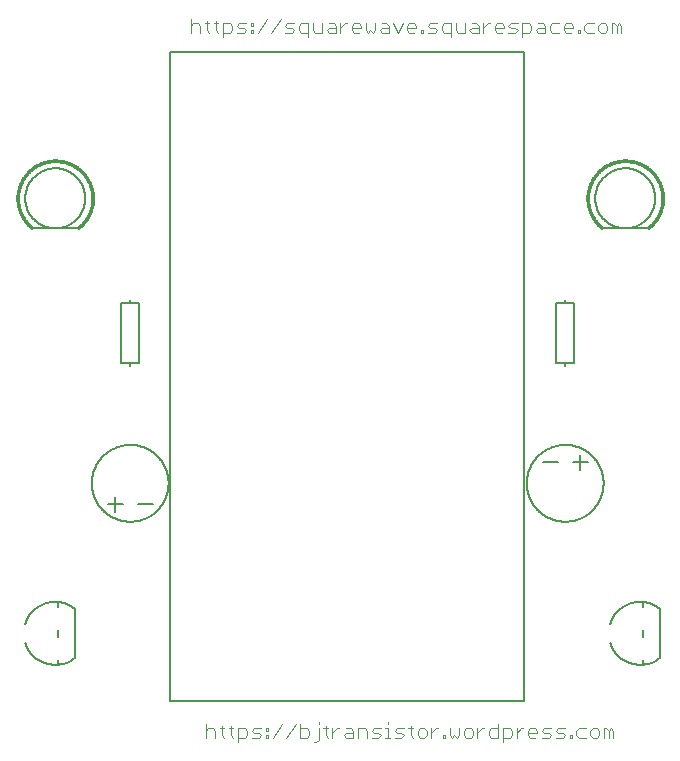
<source format=gto>
G75*
%MOIN*%
%OFA0B0*%
%FSLAX25Y25*%
%IPPOS*%
%LPD*%
%AMOC8*
5,1,8,0,0,1.08239X$1,22.5*
%
%ADD10C,0.00400*%
%ADD11C,0.00800*%
%ADD12C,0.00100*%
%ADD13C,0.00600*%
D10*
X0081200Y0006200D02*
X0081200Y0010804D01*
X0081967Y0009269D02*
X0083502Y0009269D01*
X0084269Y0008502D01*
X0084269Y0006200D01*
X0086571Y0006967D02*
X0086571Y0010037D01*
X0085804Y0009269D02*
X0087339Y0009269D01*
X0088873Y0009269D02*
X0090408Y0009269D01*
X0089641Y0010037D02*
X0089641Y0006967D01*
X0090408Y0006200D01*
X0091942Y0006200D02*
X0094244Y0006200D01*
X0095012Y0006967D01*
X0095012Y0008502D01*
X0094244Y0009269D01*
X0091942Y0009269D01*
X0091942Y0004665D01*
X0087339Y0006200D02*
X0086571Y0006967D01*
X0081967Y0009269D02*
X0081200Y0008502D01*
X0096546Y0008502D02*
X0097314Y0009269D01*
X0099616Y0009269D01*
X0101150Y0009269D02*
X0101150Y0008502D01*
X0101918Y0008502D01*
X0101918Y0009269D01*
X0101150Y0009269D01*
X0101150Y0006967D02*
X0101150Y0006200D01*
X0101918Y0006200D01*
X0101918Y0006967D01*
X0101150Y0006967D01*
X0099616Y0006967D02*
X0098848Y0007735D01*
X0097314Y0007735D01*
X0096546Y0008502D01*
X0096546Y0006200D02*
X0098848Y0006200D01*
X0099616Y0006967D01*
X0103452Y0006200D02*
X0106522Y0010804D01*
X0111125Y0010804D02*
X0108056Y0006200D01*
X0112660Y0006200D02*
X0112660Y0010804D01*
X0112660Y0009269D02*
X0114962Y0009269D01*
X0115729Y0008502D01*
X0115729Y0006967D01*
X0114962Y0006200D01*
X0112660Y0006200D01*
X0117264Y0004665D02*
X0118031Y0004665D01*
X0118799Y0005433D01*
X0118799Y0009269D01*
X0120333Y0009269D02*
X0121868Y0009269D01*
X0121101Y0010037D02*
X0121101Y0006967D01*
X0121868Y0006200D01*
X0123403Y0006200D02*
X0123403Y0009269D01*
X0123403Y0007735D02*
X0124937Y0009269D01*
X0125705Y0009269D01*
X0128007Y0009269D02*
X0129541Y0009269D01*
X0130309Y0008502D01*
X0130309Y0006200D01*
X0128007Y0006200D01*
X0127239Y0006967D01*
X0128007Y0007735D01*
X0130309Y0007735D01*
X0131843Y0009269D02*
X0131843Y0006200D01*
X0131843Y0009269D02*
X0134145Y0009269D01*
X0134912Y0008502D01*
X0134912Y0006200D01*
X0136447Y0006200D02*
X0138749Y0006200D01*
X0139516Y0006967D01*
X0138749Y0007735D01*
X0137214Y0007735D01*
X0136447Y0008502D01*
X0137214Y0009269D01*
X0139516Y0009269D01*
X0141051Y0009269D02*
X0141818Y0009269D01*
X0141818Y0006200D01*
X0141051Y0006200D02*
X0142586Y0006200D01*
X0144120Y0006200D02*
X0146422Y0006200D01*
X0147190Y0006967D01*
X0146422Y0007735D01*
X0144888Y0007735D01*
X0144120Y0008502D01*
X0144888Y0009269D01*
X0147190Y0009269D01*
X0148724Y0009269D02*
X0150259Y0009269D01*
X0149492Y0010037D02*
X0149492Y0006967D01*
X0150259Y0006200D01*
X0151793Y0006967D02*
X0151793Y0008502D01*
X0152561Y0009269D01*
X0154095Y0009269D01*
X0154863Y0008502D01*
X0154863Y0006967D01*
X0154095Y0006200D01*
X0152561Y0006200D01*
X0151793Y0006967D01*
X0156397Y0006200D02*
X0156397Y0009269D01*
X0156397Y0007735D02*
X0157932Y0009269D01*
X0158699Y0009269D01*
X0160234Y0006967D02*
X0161001Y0006967D01*
X0161001Y0006200D01*
X0160234Y0006200D01*
X0160234Y0006967D01*
X0162536Y0006967D02*
X0162536Y0009269D01*
X0162536Y0006967D02*
X0163303Y0006200D01*
X0164071Y0006967D01*
X0164838Y0006200D01*
X0165605Y0006967D01*
X0165605Y0009269D01*
X0167140Y0008502D02*
X0167140Y0006967D01*
X0167907Y0006200D01*
X0169442Y0006200D01*
X0170209Y0006967D01*
X0170209Y0008502D01*
X0169442Y0009269D01*
X0167907Y0009269D01*
X0167140Y0008502D01*
X0171744Y0009269D02*
X0171744Y0006200D01*
X0171744Y0007735D02*
X0173278Y0009269D01*
X0174046Y0009269D01*
X0175580Y0008502D02*
X0175580Y0006967D01*
X0176348Y0006200D01*
X0178650Y0006200D01*
X0178650Y0010804D01*
X0178650Y0009269D02*
X0176348Y0009269D01*
X0175580Y0008502D01*
X0180184Y0009269D02*
X0180184Y0004665D01*
X0180184Y0006200D02*
X0182486Y0006200D01*
X0183254Y0006967D01*
X0183254Y0008502D01*
X0182486Y0009269D01*
X0180184Y0009269D01*
X0184788Y0009269D02*
X0184788Y0006200D01*
X0184788Y0007735D02*
X0186323Y0009269D01*
X0187090Y0009269D01*
X0188625Y0008502D02*
X0189392Y0009269D01*
X0190927Y0009269D01*
X0191694Y0008502D01*
X0191694Y0007735D01*
X0188625Y0007735D01*
X0188625Y0008502D02*
X0188625Y0006967D01*
X0189392Y0006200D01*
X0190927Y0006200D01*
X0193229Y0006200D02*
X0195531Y0006200D01*
X0196298Y0006967D01*
X0195531Y0007735D01*
X0193996Y0007735D01*
X0193229Y0008502D01*
X0193996Y0009269D01*
X0196298Y0009269D01*
X0197833Y0008502D02*
X0198600Y0009269D01*
X0200902Y0009269D01*
X0200135Y0007735D02*
X0198600Y0007735D01*
X0197833Y0008502D01*
X0197833Y0006200D02*
X0200135Y0006200D01*
X0200902Y0006967D01*
X0200135Y0007735D01*
X0202437Y0006967D02*
X0203204Y0006967D01*
X0203204Y0006200D01*
X0202437Y0006200D01*
X0202437Y0006967D01*
X0204739Y0006967D02*
X0204739Y0008502D01*
X0205506Y0009269D01*
X0207808Y0009269D01*
X0209343Y0008502D02*
X0209343Y0006967D01*
X0210110Y0006200D01*
X0211644Y0006200D01*
X0212412Y0006967D01*
X0212412Y0008502D01*
X0211644Y0009269D01*
X0210110Y0009269D01*
X0209343Y0008502D01*
X0207808Y0006200D02*
X0205506Y0006200D01*
X0204739Y0006967D01*
X0213946Y0006200D02*
X0213946Y0009269D01*
X0214714Y0009269D01*
X0215481Y0008502D01*
X0216248Y0009269D01*
X0217016Y0008502D01*
X0217016Y0006200D01*
X0215481Y0006200D02*
X0215481Y0008502D01*
X0141818Y0010804D02*
X0141818Y0011571D01*
X0118799Y0011571D02*
X0118799Y0010804D01*
X0115333Y0239665D02*
X0115333Y0244269D01*
X0113031Y0244269D01*
X0112264Y0243502D01*
X0112264Y0241967D01*
X0113031Y0241200D01*
X0115333Y0241200D01*
X0116868Y0241967D02*
X0116868Y0244269D01*
X0116868Y0241967D02*
X0117635Y0241200D01*
X0119937Y0241200D01*
X0119937Y0244269D01*
X0122239Y0244269D02*
X0123774Y0244269D01*
X0124541Y0243502D01*
X0124541Y0241200D01*
X0122239Y0241200D01*
X0121472Y0241967D01*
X0122239Y0242735D01*
X0124541Y0242735D01*
X0126076Y0242735D02*
X0127610Y0244269D01*
X0128378Y0244269D01*
X0129912Y0243502D02*
X0129912Y0241967D01*
X0130680Y0241200D01*
X0132214Y0241200D01*
X0132982Y0242735D02*
X0129912Y0242735D01*
X0129912Y0243502D02*
X0130680Y0244269D01*
X0132214Y0244269D01*
X0132982Y0243502D01*
X0132982Y0242735D01*
X0134516Y0241967D02*
X0135284Y0241200D01*
X0136051Y0241967D01*
X0136818Y0241200D01*
X0137586Y0241967D01*
X0137586Y0244269D01*
X0139888Y0244269D02*
X0141422Y0244269D01*
X0142190Y0243502D01*
X0142190Y0241200D01*
X0139888Y0241200D01*
X0139120Y0241967D01*
X0139888Y0242735D01*
X0142190Y0242735D01*
X0143724Y0244269D02*
X0145259Y0241200D01*
X0146793Y0244269D01*
X0148328Y0243502D02*
X0149095Y0244269D01*
X0150630Y0244269D01*
X0151397Y0243502D01*
X0151397Y0242735D01*
X0148328Y0242735D01*
X0148328Y0243502D02*
X0148328Y0241967D01*
X0149095Y0241200D01*
X0150630Y0241200D01*
X0152932Y0241200D02*
X0153699Y0241200D01*
X0153699Y0241967D01*
X0152932Y0241967D01*
X0152932Y0241200D01*
X0155234Y0241200D02*
X0157536Y0241200D01*
X0158303Y0241967D01*
X0157536Y0242735D01*
X0156001Y0242735D01*
X0155234Y0243502D01*
X0156001Y0244269D01*
X0158303Y0244269D01*
X0159838Y0243502D02*
X0159838Y0241967D01*
X0160605Y0241200D01*
X0162907Y0241200D01*
X0162907Y0239665D02*
X0162907Y0244269D01*
X0160605Y0244269D01*
X0159838Y0243502D01*
X0164442Y0244269D02*
X0164442Y0241967D01*
X0165209Y0241200D01*
X0167511Y0241200D01*
X0167511Y0244269D01*
X0169813Y0244269D02*
X0171348Y0244269D01*
X0172115Y0243502D01*
X0172115Y0241200D01*
X0169813Y0241200D01*
X0169046Y0241967D01*
X0169813Y0242735D01*
X0172115Y0242735D01*
X0173650Y0242735D02*
X0175184Y0244269D01*
X0175952Y0244269D01*
X0177486Y0243502D02*
X0177486Y0241967D01*
X0178254Y0241200D01*
X0179788Y0241200D01*
X0180556Y0242735D02*
X0177486Y0242735D01*
X0177486Y0243502D02*
X0178254Y0244269D01*
X0179788Y0244269D01*
X0180556Y0243502D01*
X0180556Y0242735D01*
X0182090Y0243502D02*
X0182858Y0244269D01*
X0185160Y0244269D01*
X0186694Y0244269D02*
X0188996Y0244269D01*
X0189763Y0243502D01*
X0189763Y0241967D01*
X0188996Y0241200D01*
X0186694Y0241200D01*
X0186694Y0239665D02*
X0186694Y0244269D01*
X0185160Y0241967D02*
X0184392Y0242735D01*
X0182858Y0242735D01*
X0182090Y0243502D01*
X0182090Y0241200D02*
X0184392Y0241200D01*
X0185160Y0241967D01*
X0191298Y0241967D02*
X0192065Y0242735D01*
X0194367Y0242735D01*
X0194367Y0243502D02*
X0194367Y0241200D01*
X0192065Y0241200D01*
X0191298Y0241967D01*
X0192065Y0244269D02*
X0193600Y0244269D01*
X0194367Y0243502D01*
X0195902Y0243502D02*
X0195902Y0241967D01*
X0196669Y0241200D01*
X0198971Y0241200D01*
X0200506Y0241967D02*
X0200506Y0243502D01*
X0201273Y0244269D01*
X0202808Y0244269D01*
X0203575Y0243502D01*
X0203575Y0242735D01*
X0200506Y0242735D01*
X0200506Y0241967D02*
X0201273Y0241200D01*
X0202808Y0241200D01*
X0205110Y0241200D02*
X0205877Y0241200D01*
X0205877Y0241967D01*
X0205110Y0241967D01*
X0205110Y0241200D01*
X0207412Y0241967D02*
X0207412Y0243502D01*
X0208179Y0244269D01*
X0210481Y0244269D01*
X0212016Y0243502D02*
X0212016Y0241967D01*
X0212783Y0241200D01*
X0214318Y0241200D01*
X0215085Y0241967D01*
X0215085Y0243502D01*
X0214318Y0244269D01*
X0212783Y0244269D01*
X0212016Y0243502D01*
X0210481Y0241200D02*
X0208179Y0241200D01*
X0207412Y0241967D01*
X0216620Y0241200D02*
X0216620Y0244269D01*
X0217387Y0244269D01*
X0218154Y0243502D01*
X0218922Y0244269D01*
X0219689Y0243502D01*
X0219689Y0241200D01*
X0218154Y0241200D02*
X0218154Y0243502D01*
X0198971Y0244269D02*
X0196669Y0244269D01*
X0195902Y0243502D01*
X0173650Y0244269D02*
X0173650Y0241200D01*
X0134516Y0241967D02*
X0134516Y0244269D01*
X0126076Y0244269D02*
X0126076Y0241200D01*
X0110729Y0241967D02*
X0109962Y0242735D01*
X0108427Y0242735D01*
X0107660Y0243502D01*
X0108427Y0244269D01*
X0110729Y0244269D01*
X0110729Y0241967D02*
X0109962Y0241200D01*
X0107660Y0241200D01*
X0103056Y0241200D02*
X0106125Y0245804D01*
X0101522Y0245804D02*
X0098452Y0241200D01*
X0096918Y0241200D02*
X0096150Y0241200D01*
X0096150Y0241967D01*
X0096918Y0241967D01*
X0096918Y0241200D01*
X0096918Y0243502D02*
X0096150Y0243502D01*
X0096150Y0244269D01*
X0096918Y0244269D01*
X0096918Y0243502D01*
X0094616Y0244269D02*
X0092314Y0244269D01*
X0091546Y0243502D01*
X0092314Y0242735D01*
X0093848Y0242735D01*
X0094616Y0241967D01*
X0093848Y0241200D01*
X0091546Y0241200D01*
X0090012Y0241967D02*
X0090012Y0243502D01*
X0089244Y0244269D01*
X0086942Y0244269D01*
X0086942Y0239665D01*
X0086942Y0241200D02*
X0089244Y0241200D01*
X0090012Y0241967D01*
X0085408Y0241200D02*
X0084641Y0241967D01*
X0084641Y0245037D01*
X0085408Y0244269D02*
X0083873Y0244269D01*
X0082339Y0244269D02*
X0080804Y0244269D01*
X0081571Y0245037D02*
X0081571Y0241967D01*
X0082339Y0241200D01*
X0079269Y0241200D02*
X0079269Y0243502D01*
X0078502Y0244269D01*
X0076967Y0244269D01*
X0076200Y0243502D01*
X0076200Y0245804D02*
X0076200Y0241200D01*
D11*
X0032000Y0032127D02*
X0032000Y0030548D01*
X0037500Y0032754D02*
X0037500Y0049246D01*
X0032000Y0049873D02*
X0032000Y0051452D01*
X0032000Y0042127D02*
X0032000Y0039873D01*
X0037500Y0049246D02*
X0037298Y0049401D01*
X0037093Y0049551D01*
X0036884Y0049697D01*
X0036671Y0049837D01*
X0036455Y0049972D01*
X0036236Y0050101D01*
X0036014Y0050225D01*
X0035789Y0050344D01*
X0035561Y0050457D01*
X0035331Y0050565D01*
X0035098Y0050667D01*
X0034862Y0050764D01*
X0034624Y0050855D01*
X0034385Y0050940D01*
X0034143Y0051019D01*
X0033899Y0051092D01*
X0033654Y0051159D01*
X0033407Y0051221D01*
X0033158Y0051276D01*
X0032908Y0051325D01*
X0032658Y0051368D01*
X0032406Y0051405D01*
X0032153Y0051436D01*
X0031900Y0051461D01*
X0031646Y0051480D01*
X0031392Y0051493D01*
X0031138Y0051499D01*
X0030883Y0051499D01*
X0030629Y0051493D01*
X0030374Y0051481D01*
X0030121Y0051463D01*
X0029867Y0051439D01*
X0029615Y0051408D01*
X0029363Y0051372D01*
X0029112Y0051329D01*
X0028862Y0051280D01*
X0028614Y0051225D01*
X0028367Y0051164D01*
X0028121Y0051098D01*
X0027877Y0051025D01*
X0027635Y0050946D01*
X0027395Y0050862D01*
X0027157Y0050771D01*
X0026921Y0050675D01*
X0026688Y0050574D01*
X0026457Y0050466D01*
X0026229Y0050354D01*
X0026004Y0050235D01*
X0025782Y0050111D01*
X0025562Y0049982D01*
X0025346Y0049848D01*
X0025133Y0049708D01*
X0024924Y0049563D01*
X0024718Y0049414D01*
X0024516Y0049259D01*
X0024318Y0049099D01*
X0024124Y0048935D01*
X0023933Y0048766D01*
X0023747Y0048593D01*
X0023565Y0048415D01*
X0023388Y0048232D01*
X0023215Y0048046D01*
X0023046Y0047855D01*
X0022882Y0047660D01*
X0022723Y0047461D01*
X0022569Y0047259D01*
X0022420Y0047053D01*
X0022276Y0046843D01*
X0022137Y0046630D01*
X0022003Y0046413D01*
X0021874Y0046194D01*
X0021751Y0045971D01*
X0021634Y0045745D01*
X0021521Y0045517D01*
X0021415Y0045286D01*
X0021314Y0045052D01*
X0021218Y0044816D01*
X0021129Y0044578D01*
X0021045Y0044338D01*
X0020967Y0044096D01*
X0020967Y0037904D02*
X0021045Y0037662D01*
X0021128Y0037422D01*
X0021218Y0037184D01*
X0021313Y0036948D01*
X0021415Y0036714D01*
X0021521Y0036483D01*
X0021633Y0036255D01*
X0021751Y0036029D01*
X0021874Y0035806D01*
X0022003Y0035587D01*
X0022137Y0035370D01*
X0022276Y0035157D01*
X0022420Y0034947D01*
X0022569Y0034741D01*
X0022723Y0034539D01*
X0022882Y0034340D01*
X0023046Y0034145D01*
X0023215Y0033955D01*
X0023388Y0033768D01*
X0023565Y0033586D01*
X0023747Y0033408D01*
X0023933Y0033234D01*
X0024124Y0033065D01*
X0024318Y0032901D01*
X0024516Y0032741D01*
X0024718Y0032586D01*
X0024924Y0032437D01*
X0025133Y0032292D01*
X0025346Y0032152D01*
X0025562Y0032018D01*
X0025781Y0031889D01*
X0026004Y0031765D01*
X0026229Y0031647D01*
X0026457Y0031534D01*
X0026688Y0031426D01*
X0026921Y0031325D01*
X0027157Y0031229D01*
X0027395Y0031138D01*
X0027635Y0031054D01*
X0027877Y0030975D01*
X0028121Y0030902D01*
X0028366Y0030836D01*
X0028613Y0030775D01*
X0028862Y0030720D01*
X0029112Y0030671D01*
X0029363Y0030628D01*
X0029614Y0030592D01*
X0029867Y0030561D01*
X0030120Y0030537D01*
X0030374Y0030519D01*
X0030628Y0030507D01*
X0030883Y0030501D01*
X0031137Y0030501D01*
X0031392Y0030507D01*
X0031646Y0030520D01*
X0031900Y0030539D01*
X0032153Y0030564D01*
X0032406Y0030595D01*
X0032657Y0030632D01*
X0032908Y0030675D01*
X0033158Y0030724D01*
X0033406Y0030779D01*
X0033653Y0030841D01*
X0033899Y0030908D01*
X0034142Y0030981D01*
X0034384Y0031060D01*
X0034624Y0031145D01*
X0034862Y0031236D01*
X0035098Y0031333D01*
X0035331Y0031435D01*
X0035561Y0031542D01*
X0035789Y0031656D01*
X0036014Y0031775D01*
X0036236Y0031899D01*
X0036455Y0032028D01*
X0036671Y0032163D01*
X0036884Y0032303D01*
X0037093Y0032448D01*
X0037298Y0032599D01*
X0037500Y0032754D01*
X0069300Y0018300D02*
X0187300Y0018300D01*
X0187300Y0234600D01*
X0069300Y0234600D01*
X0069300Y0018300D01*
X0051000Y0081500D02*
X0051000Y0086500D01*
X0048500Y0084000D02*
X0053500Y0084000D01*
X0058500Y0084000D02*
X0063500Y0084000D01*
X0043205Y0091000D02*
X0043209Y0091314D01*
X0043220Y0091628D01*
X0043240Y0091941D01*
X0043267Y0092254D01*
X0043301Y0092566D01*
X0043343Y0092877D01*
X0043393Y0093187D01*
X0043451Y0093496D01*
X0043516Y0093803D01*
X0043588Y0094109D01*
X0043668Y0094413D01*
X0043756Y0094714D01*
X0043851Y0095014D01*
X0043953Y0095311D01*
X0044062Y0095605D01*
X0044179Y0095896D01*
X0044303Y0096185D01*
X0044433Y0096471D01*
X0044571Y0096753D01*
X0044716Y0097032D01*
X0044867Y0097307D01*
X0045025Y0097578D01*
X0045190Y0097845D01*
X0045361Y0098109D01*
X0045539Y0098367D01*
X0045723Y0098622D01*
X0045913Y0098872D01*
X0046109Y0099117D01*
X0046312Y0099357D01*
X0046520Y0099593D01*
X0046733Y0099823D01*
X0046953Y0100047D01*
X0047177Y0100267D01*
X0047407Y0100480D01*
X0047643Y0100688D01*
X0047883Y0100891D01*
X0048128Y0101087D01*
X0048378Y0101277D01*
X0048633Y0101461D01*
X0048891Y0101639D01*
X0049155Y0101810D01*
X0049422Y0101975D01*
X0049693Y0102133D01*
X0049968Y0102284D01*
X0050247Y0102429D01*
X0050529Y0102567D01*
X0050815Y0102697D01*
X0051104Y0102821D01*
X0051395Y0102938D01*
X0051689Y0103047D01*
X0051986Y0103149D01*
X0052286Y0103244D01*
X0052587Y0103332D01*
X0052891Y0103412D01*
X0053197Y0103484D01*
X0053504Y0103549D01*
X0053813Y0103607D01*
X0054123Y0103657D01*
X0054434Y0103699D01*
X0054746Y0103733D01*
X0055059Y0103760D01*
X0055372Y0103780D01*
X0055686Y0103791D01*
X0056000Y0103795D01*
X0056314Y0103791D01*
X0056628Y0103780D01*
X0056941Y0103760D01*
X0057254Y0103733D01*
X0057566Y0103699D01*
X0057877Y0103657D01*
X0058187Y0103607D01*
X0058496Y0103549D01*
X0058803Y0103484D01*
X0059109Y0103412D01*
X0059413Y0103332D01*
X0059714Y0103244D01*
X0060014Y0103149D01*
X0060311Y0103047D01*
X0060605Y0102938D01*
X0060896Y0102821D01*
X0061185Y0102697D01*
X0061471Y0102567D01*
X0061753Y0102429D01*
X0062032Y0102284D01*
X0062307Y0102133D01*
X0062578Y0101975D01*
X0062845Y0101810D01*
X0063109Y0101639D01*
X0063367Y0101461D01*
X0063622Y0101277D01*
X0063872Y0101087D01*
X0064117Y0100891D01*
X0064357Y0100688D01*
X0064593Y0100480D01*
X0064823Y0100267D01*
X0065047Y0100047D01*
X0065267Y0099823D01*
X0065480Y0099593D01*
X0065688Y0099357D01*
X0065891Y0099117D01*
X0066087Y0098872D01*
X0066277Y0098622D01*
X0066461Y0098367D01*
X0066639Y0098109D01*
X0066810Y0097845D01*
X0066975Y0097578D01*
X0067133Y0097307D01*
X0067284Y0097032D01*
X0067429Y0096753D01*
X0067567Y0096471D01*
X0067697Y0096185D01*
X0067821Y0095896D01*
X0067938Y0095605D01*
X0068047Y0095311D01*
X0068149Y0095014D01*
X0068244Y0094714D01*
X0068332Y0094413D01*
X0068412Y0094109D01*
X0068484Y0093803D01*
X0068549Y0093496D01*
X0068607Y0093187D01*
X0068657Y0092877D01*
X0068699Y0092566D01*
X0068733Y0092254D01*
X0068760Y0091941D01*
X0068780Y0091628D01*
X0068791Y0091314D01*
X0068795Y0091000D01*
X0068791Y0090686D01*
X0068780Y0090372D01*
X0068760Y0090059D01*
X0068733Y0089746D01*
X0068699Y0089434D01*
X0068657Y0089123D01*
X0068607Y0088813D01*
X0068549Y0088504D01*
X0068484Y0088197D01*
X0068412Y0087891D01*
X0068332Y0087587D01*
X0068244Y0087286D01*
X0068149Y0086986D01*
X0068047Y0086689D01*
X0067938Y0086395D01*
X0067821Y0086104D01*
X0067697Y0085815D01*
X0067567Y0085529D01*
X0067429Y0085247D01*
X0067284Y0084968D01*
X0067133Y0084693D01*
X0066975Y0084422D01*
X0066810Y0084155D01*
X0066639Y0083891D01*
X0066461Y0083633D01*
X0066277Y0083378D01*
X0066087Y0083128D01*
X0065891Y0082883D01*
X0065688Y0082643D01*
X0065480Y0082407D01*
X0065267Y0082177D01*
X0065047Y0081953D01*
X0064823Y0081733D01*
X0064593Y0081520D01*
X0064357Y0081312D01*
X0064117Y0081109D01*
X0063872Y0080913D01*
X0063622Y0080723D01*
X0063367Y0080539D01*
X0063109Y0080361D01*
X0062845Y0080190D01*
X0062578Y0080025D01*
X0062307Y0079867D01*
X0062032Y0079716D01*
X0061753Y0079571D01*
X0061471Y0079433D01*
X0061185Y0079303D01*
X0060896Y0079179D01*
X0060605Y0079062D01*
X0060311Y0078953D01*
X0060014Y0078851D01*
X0059714Y0078756D01*
X0059413Y0078668D01*
X0059109Y0078588D01*
X0058803Y0078516D01*
X0058496Y0078451D01*
X0058187Y0078393D01*
X0057877Y0078343D01*
X0057566Y0078301D01*
X0057254Y0078267D01*
X0056941Y0078240D01*
X0056628Y0078220D01*
X0056314Y0078209D01*
X0056000Y0078205D01*
X0055686Y0078209D01*
X0055372Y0078220D01*
X0055059Y0078240D01*
X0054746Y0078267D01*
X0054434Y0078301D01*
X0054123Y0078343D01*
X0053813Y0078393D01*
X0053504Y0078451D01*
X0053197Y0078516D01*
X0052891Y0078588D01*
X0052587Y0078668D01*
X0052286Y0078756D01*
X0051986Y0078851D01*
X0051689Y0078953D01*
X0051395Y0079062D01*
X0051104Y0079179D01*
X0050815Y0079303D01*
X0050529Y0079433D01*
X0050247Y0079571D01*
X0049968Y0079716D01*
X0049693Y0079867D01*
X0049422Y0080025D01*
X0049155Y0080190D01*
X0048891Y0080361D01*
X0048633Y0080539D01*
X0048378Y0080723D01*
X0048128Y0080913D01*
X0047883Y0081109D01*
X0047643Y0081312D01*
X0047407Y0081520D01*
X0047177Y0081733D01*
X0046953Y0081953D01*
X0046733Y0082177D01*
X0046520Y0082407D01*
X0046312Y0082643D01*
X0046109Y0082883D01*
X0045913Y0083128D01*
X0045723Y0083378D01*
X0045539Y0083633D01*
X0045361Y0083891D01*
X0045190Y0084155D01*
X0045025Y0084422D01*
X0044867Y0084693D01*
X0044716Y0084968D01*
X0044571Y0085247D01*
X0044433Y0085529D01*
X0044303Y0085815D01*
X0044179Y0086104D01*
X0044062Y0086395D01*
X0043953Y0086689D01*
X0043851Y0086986D01*
X0043756Y0087286D01*
X0043668Y0087587D01*
X0043588Y0087891D01*
X0043516Y0088197D01*
X0043451Y0088504D01*
X0043393Y0088813D01*
X0043343Y0089123D01*
X0043301Y0089434D01*
X0043267Y0089746D01*
X0043240Y0090059D01*
X0043220Y0090372D01*
X0043209Y0090686D01*
X0043205Y0091000D01*
X0056000Y0130000D02*
X0056000Y0131000D01*
X0053000Y0131000D01*
X0053000Y0151000D01*
X0056000Y0151000D01*
X0056000Y0152000D01*
X0056000Y0151000D02*
X0059000Y0151000D01*
X0059000Y0131000D01*
X0056000Y0131000D01*
X0038500Y0176000D02*
X0023500Y0176000D01*
X0193500Y0098000D02*
X0198500Y0098000D01*
X0203500Y0098000D02*
X0208500Y0098000D01*
X0206000Y0100500D02*
X0206000Y0095500D01*
X0188205Y0091000D02*
X0188209Y0091314D01*
X0188220Y0091628D01*
X0188240Y0091941D01*
X0188267Y0092254D01*
X0188301Y0092566D01*
X0188343Y0092877D01*
X0188393Y0093187D01*
X0188451Y0093496D01*
X0188516Y0093803D01*
X0188588Y0094109D01*
X0188668Y0094413D01*
X0188756Y0094714D01*
X0188851Y0095014D01*
X0188953Y0095311D01*
X0189062Y0095605D01*
X0189179Y0095896D01*
X0189303Y0096185D01*
X0189433Y0096471D01*
X0189571Y0096753D01*
X0189716Y0097032D01*
X0189867Y0097307D01*
X0190025Y0097578D01*
X0190190Y0097845D01*
X0190361Y0098109D01*
X0190539Y0098367D01*
X0190723Y0098622D01*
X0190913Y0098872D01*
X0191109Y0099117D01*
X0191312Y0099357D01*
X0191520Y0099593D01*
X0191733Y0099823D01*
X0191953Y0100047D01*
X0192177Y0100267D01*
X0192407Y0100480D01*
X0192643Y0100688D01*
X0192883Y0100891D01*
X0193128Y0101087D01*
X0193378Y0101277D01*
X0193633Y0101461D01*
X0193891Y0101639D01*
X0194155Y0101810D01*
X0194422Y0101975D01*
X0194693Y0102133D01*
X0194968Y0102284D01*
X0195247Y0102429D01*
X0195529Y0102567D01*
X0195815Y0102697D01*
X0196104Y0102821D01*
X0196395Y0102938D01*
X0196689Y0103047D01*
X0196986Y0103149D01*
X0197286Y0103244D01*
X0197587Y0103332D01*
X0197891Y0103412D01*
X0198197Y0103484D01*
X0198504Y0103549D01*
X0198813Y0103607D01*
X0199123Y0103657D01*
X0199434Y0103699D01*
X0199746Y0103733D01*
X0200059Y0103760D01*
X0200372Y0103780D01*
X0200686Y0103791D01*
X0201000Y0103795D01*
X0201314Y0103791D01*
X0201628Y0103780D01*
X0201941Y0103760D01*
X0202254Y0103733D01*
X0202566Y0103699D01*
X0202877Y0103657D01*
X0203187Y0103607D01*
X0203496Y0103549D01*
X0203803Y0103484D01*
X0204109Y0103412D01*
X0204413Y0103332D01*
X0204714Y0103244D01*
X0205014Y0103149D01*
X0205311Y0103047D01*
X0205605Y0102938D01*
X0205896Y0102821D01*
X0206185Y0102697D01*
X0206471Y0102567D01*
X0206753Y0102429D01*
X0207032Y0102284D01*
X0207307Y0102133D01*
X0207578Y0101975D01*
X0207845Y0101810D01*
X0208109Y0101639D01*
X0208367Y0101461D01*
X0208622Y0101277D01*
X0208872Y0101087D01*
X0209117Y0100891D01*
X0209357Y0100688D01*
X0209593Y0100480D01*
X0209823Y0100267D01*
X0210047Y0100047D01*
X0210267Y0099823D01*
X0210480Y0099593D01*
X0210688Y0099357D01*
X0210891Y0099117D01*
X0211087Y0098872D01*
X0211277Y0098622D01*
X0211461Y0098367D01*
X0211639Y0098109D01*
X0211810Y0097845D01*
X0211975Y0097578D01*
X0212133Y0097307D01*
X0212284Y0097032D01*
X0212429Y0096753D01*
X0212567Y0096471D01*
X0212697Y0096185D01*
X0212821Y0095896D01*
X0212938Y0095605D01*
X0213047Y0095311D01*
X0213149Y0095014D01*
X0213244Y0094714D01*
X0213332Y0094413D01*
X0213412Y0094109D01*
X0213484Y0093803D01*
X0213549Y0093496D01*
X0213607Y0093187D01*
X0213657Y0092877D01*
X0213699Y0092566D01*
X0213733Y0092254D01*
X0213760Y0091941D01*
X0213780Y0091628D01*
X0213791Y0091314D01*
X0213795Y0091000D01*
X0213791Y0090686D01*
X0213780Y0090372D01*
X0213760Y0090059D01*
X0213733Y0089746D01*
X0213699Y0089434D01*
X0213657Y0089123D01*
X0213607Y0088813D01*
X0213549Y0088504D01*
X0213484Y0088197D01*
X0213412Y0087891D01*
X0213332Y0087587D01*
X0213244Y0087286D01*
X0213149Y0086986D01*
X0213047Y0086689D01*
X0212938Y0086395D01*
X0212821Y0086104D01*
X0212697Y0085815D01*
X0212567Y0085529D01*
X0212429Y0085247D01*
X0212284Y0084968D01*
X0212133Y0084693D01*
X0211975Y0084422D01*
X0211810Y0084155D01*
X0211639Y0083891D01*
X0211461Y0083633D01*
X0211277Y0083378D01*
X0211087Y0083128D01*
X0210891Y0082883D01*
X0210688Y0082643D01*
X0210480Y0082407D01*
X0210267Y0082177D01*
X0210047Y0081953D01*
X0209823Y0081733D01*
X0209593Y0081520D01*
X0209357Y0081312D01*
X0209117Y0081109D01*
X0208872Y0080913D01*
X0208622Y0080723D01*
X0208367Y0080539D01*
X0208109Y0080361D01*
X0207845Y0080190D01*
X0207578Y0080025D01*
X0207307Y0079867D01*
X0207032Y0079716D01*
X0206753Y0079571D01*
X0206471Y0079433D01*
X0206185Y0079303D01*
X0205896Y0079179D01*
X0205605Y0079062D01*
X0205311Y0078953D01*
X0205014Y0078851D01*
X0204714Y0078756D01*
X0204413Y0078668D01*
X0204109Y0078588D01*
X0203803Y0078516D01*
X0203496Y0078451D01*
X0203187Y0078393D01*
X0202877Y0078343D01*
X0202566Y0078301D01*
X0202254Y0078267D01*
X0201941Y0078240D01*
X0201628Y0078220D01*
X0201314Y0078209D01*
X0201000Y0078205D01*
X0200686Y0078209D01*
X0200372Y0078220D01*
X0200059Y0078240D01*
X0199746Y0078267D01*
X0199434Y0078301D01*
X0199123Y0078343D01*
X0198813Y0078393D01*
X0198504Y0078451D01*
X0198197Y0078516D01*
X0197891Y0078588D01*
X0197587Y0078668D01*
X0197286Y0078756D01*
X0196986Y0078851D01*
X0196689Y0078953D01*
X0196395Y0079062D01*
X0196104Y0079179D01*
X0195815Y0079303D01*
X0195529Y0079433D01*
X0195247Y0079571D01*
X0194968Y0079716D01*
X0194693Y0079867D01*
X0194422Y0080025D01*
X0194155Y0080190D01*
X0193891Y0080361D01*
X0193633Y0080539D01*
X0193378Y0080723D01*
X0193128Y0080913D01*
X0192883Y0081109D01*
X0192643Y0081312D01*
X0192407Y0081520D01*
X0192177Y0081733D01*
X0191953Y0081953D01*
X0191733Y0082177D01*
X0191520Y0082407D01*
X0191312Y0082643D01*
X0191109Y0082883D01*
X0190913Y0083128D01*
X0190723Y0083378D01*
X0190539Y0083633D01*
X0190361Y0083891D01*
X0190190Y0084155D01*
X0190025Y0084422D01*
X0189867Y0084693D01*
X0189716Y0084968D01*
X0189571Y0085247D01*
X0189433Y0085529D01*
X0189303Y0085815D01*
X0189179Y0086104D01*
X0189062Y0086395D01*
X0188953Y0086689D01*
X0188851Y0086986D01*
X0188756Y0087286D01*
X0188668Y0087587D01*
X0188588Y0087891D01*
X0188516Y0088197D01*
X0188451Y0088504D01*
X0188393Y0088813D01*
X0188343Y0089123D01*
X0188301Y0089434D01*
X0188267Y0089746D01*
X0188240Y0090059D01*
X0188220Y0090372D01*
X0188209Y0090686D01*
X0188205Y0091000D01*
X0201000Y0130000D02*
X0201000Y0131000D01*
X0198000Y0131000D01*
X0198000Y0151000D01*
X0201000Y0151000D01*
X0201000Y0152000D01*
X0201000Y0151000D02*
X0204000Y0151000D01*
X0204000Y0131000D01*
X0201000Y0131000D01*
X0213500Y0176000D02*
X0228500Y0176000D01*
X0227000Y0051452D02*
X0227000Y0049873D01*
X0232500Y0049246D02*
X0232500Y0032754D01*
X0227000Y0032127D02*
X0227000Y0030548D01*
X0227000Y0039873D02*
X0227000Y0042127D01*
X0232500Y0049246D02*
X0232298Y0049401D01*
X0232093Y0049551D01*
X0231884Y0049697D01*
X0231671Y0049837D01*
X0231455Y0049972D01*
X0231236Y0050101D01*
X0231014Y0050225D01*
X0230789Y0050344D01*
X0230561Y0050457D01*
X0230331Y0050565D01*
X0230098Y0050667D01*
X0229862Y0050764D01*
X0229624Y0050855D01*
X0229385Y0050940D01*
X0229143Y0051019D01*
X0228899Y0051092D01*
X0228654Y0051159D01*
X0228407Y0051221D01*
X0228158Y0051276D01*
X0227908Y0051325D01*
X0227658Y0051368D01*
X0227406Y0051405D01*
X0227153Y0051436D01*
X0226900Y0051461D01*
X0226646Y0051480D01*
X0226392Y0051493D01*
X0226138Y0051499D01*
X0225883Y0051499D01*
X0225629Y0051493D01*
X0225374Y0051481D01*
X0225121Y0051463D01*
X0224867Y0051439D01*
X0224615Y0051408D01*
X0224363Y0051372D01*
X0224112Y0051329D01*
X0223862Y0051280D01*
X0223614Y0051225D01*
X0223367Y0051164D01*
X0223121Y0051098D01*
X0222877Y0051025D01*
X0222635Y0050946D01*
X0222395Y0050862D01*
X0222157Y0050771D01*
X0221921Y0050675D01*
X0221688Y0050574D01*
X0221457Y0050466D01*
X0221229Y0050354D01*
X0221004Y0050235D01*
X0220782Y0050111D01*
X0220562Y0049982D01*
X0220346Y0049848D01*
X0220133Y0049708D01*
X0219924Y0049563D01*
X0219718Y0049414D01*
X0219516Y0049259D01*
X0219318Y0049099D01*
X0219124Y0048935D01*
X0218933Y0048766D01*
X0218747Y0048593D01*
X0218565Y0048415D01*
X0218388Y0048232D01*
X0218215Y0048046D01*
X0218046Y0047855D01*
X0217882Y0047660D01*
X0217723Y0047461D01*
X0217569Y0047259D01*
X0217420Y0047053D01*
X0217276Y0046843D01*
X0217137Y0046630D01*
X0217003Y0046413D01*
X0216874Y0046194D01*
X0216751Y0045971D01*
X0216634Y0045745D01*
X0216521Y0045517D01*
X0216415Y0045286D01*
X0216314Y0045052D01*
X0216218Y0044816D01*
X0216129Y0044578D01*
X0216045Y0044338D01*
X0215967Y0044096D01*
X0215967Y0037904D02*
X0216045Y0037662D01*
X0216128Y0037422D01*
X0216218Y0037184D01*
X0216313Y0036948D01*
X0216415Y0036714D01*
X0216521Y0036483D01*
X0216633Y0036255D01*
X0216751Y0036029D01*
X0216874Y0035806D01*
X0217003Y0035587D01*
X0217137Y0035370D01*
X0217276Y0035157D01*
X0217420Y0034947D01*
X0217569Y0034741D01*
X0217723Y0034539D01*
X0217882Y0034340D01*
X0218046Y0034145D01*
X0218215Y0033955D01*
X0218388Y0033768D01*
X0218565Y0033586D01*
X0218747Y0033408D01*
X0218933Y0033234D01*
X0219124Y0033065D01*
X0219318Y0032901D01*
X0219516Y0032741D01*
X0219718Y0032586D01*
X0219924Y0032437D01*
X0220133Y0032292D01*
X0220346Y0032152D01*
X0220562Y0032018D01*
X0220781Y0031889D01*
X0221004Y0031765D01*
X0221229Y0031647D01*
X0221457Y0031534D01*
X0221688Y0031426D01*
X0221921Y0031325D01*
X0222157Y0031229D01*
X0222395Y0031138D01*
X0222635Y0031054D01*
X0222877Y0030975D01*
X0223121Y0030902D01*
X0223366Y0030836D01*
X0223613Y0030775D01*
X0223862Y0030720D01*
X0224112Y0030671D01*
X0224363Y0030628D01*
X0224614Y0030592D01*
X0224867Y0030561D01*
X0225120Y0030537D01*
X0225374Y0030519D01*
X0225628Y0030507D01*
X0225883Y0030501D01*
X0226137Y0030501D01*
X0226392Y0030507D01*
X0226646Y0030520D01*
X0226900Y0030539D01*
X0227153Y0030564D01*
X0227406Y0030595D01*
X0227657Y0030632D01*
X0227908Y0030675D01*
X0228158Y0030724D01*
X0228406Y0030779D01*
X0228653Y0030841D01*
X0228899Y0030908D01*
X0229142Y0030981D01*
X0229384Y0031060D01*
X0229624Y0031145D01*
X0229862Y0031236D01*
X0230098Y0031333D01*
X0230331Y0031435D01*
X0230561Y0031542D01*
X0230789Y0031656D01*
X0231014Y0031775D01*
X0231236Y0031899D01*
X0231455Y0032028D01*
X0231671Y0032163D01*
X0231884Y0032303D01*
X0232093Y0032448D01*
X0232298Y0032599D01*
X0232500Y0032754D01*
D12*
X0228809Y0175671D02*
X0228269Y0176391D01*
X0228270Y0176390D02*
X0228503Y0176571D01*
X0228731Y0176757D01*
X0228955Y0176949D01*
X0229174Y0177146D01*
X0229388Y0177348D01*
X0229597Y0177556D01*
X0229800Y0177769D01*
X0229999Y0177986D01*
X0230192Y0178209D01*
X0230380Y0178436D01*
X0230562Y0178667D01*
X0230739Y0178903D01*
X0230909Y0179144D01*
X0231074Y0179388D01*
X0231232Y0179636D01*
X0231385Y0179888D01*
X0231531Y0180144D01*
X0231671Y0180403D01*
X0231805Y0180666D01*
X0231932Y0180931D01*
X0232053Y0181200D01*
X0232167Y0181472D01*
X0232274Y0181746D01*
X0232375Y0182023D01*
X0232469Y0182302D01*
X0232556Y0182584D01*
X0232636Y0182867D01*
X0232709Y0183153D01*
X0232775Y0183440D01*
X0232834Y0183729D01*
X0232886Y0184019D01*
X0232931Y0184310D01*
X0232969Y0184602D01*
X0232999Y0184895D01*
X0233023Y0185189D01*
X0233039Y0185483D01*
X0233048Y0185777D01*
X0233050Y0186072D01*
X0233044Y0186367D01*
X0233032Y0186661D01*
X0233012Y0186955D01*
X0232985Y0187248D01*
X0232951Y0187541D01*
X0232910Y0187833D01*
X0232861Y0188123D01*
X0232806Y0188413D01*
X0232744Y0188700D01*
X0232674Y0188987D01*
X0232597Y0189271D01*
X0232514Y0189554D01*
X0232424Y0189834D01*
X0232327Y0190112D01*
X0232223Y0190388D01*
X0232112Y0190661D01*
X0231995Y0190931D01*
X0231871Y0191199D01*
X0231741Y0191463D01*
X0231604Y0191724D01*
X0231461Y0191981D01*
X0231311Y0192235D01*
X0231156Y0192486D01*
X0230994Y0192732D01*
X0230827Y0192974D01*
X0230653Y0193212D01*
X0230474Y0193446D01*
X0230289Y0193676D01*
X0230099Y0193900D01*
X0229903Y0194121D01*
X0229702Y0194336D01*
X0229495Y0194546D01*
X0229284Y0194751D01*
X0229067Y0194951D01*
X0228846Y0195146D01*
X0228620Y0195335D01*
X0228390Y0195518D01*
X0228155Y0195696D01*
X0227915Y0195868D01*
X0227672Y0196034D01*
X0227425Y0196194D01*
X0227174Y0196348D01*
X0226919Y0196496D01*
X0226660Y0196638D01*
X0226399Y0196773D01*
X0226134Y0196902D01*
X0225866Y0197024D01*
X0225595Y0197140D01*
X0225321Y0197249D01*
X0225045Y0197351D01*
X0224766Y0197446D01*
X0224485Y0197535D01*
X0224202Y0197617D01*
X0223917Y0197692D01*
X0223630Y0197759D01*
X0223342Y0197820D01*
X0223052Y0197874D01*
X0222761Y0197921D01*
X0222469Y0197960D01*
X0222177Y0197992D01*
X0221883Y0198018D01*
X0221589Y0198036D01*
X0221295Y0198046D01*
X0221000Y0198050D01*
X0220705Y0198046D01*
X0220411Y0198036D01*
X0220117Y0198018D01*
X0219823Y0197992D01*
X0219531Y0197960D01*
X0219239Y0197921D01*
X0218948Y0197874D01*
X0218658Y0197820D01*
X0218370Y0197759D01*
X0218083Y0197692D01*
X0217798Y0197617D01*
X0217515Y0197535D01*
X0217234Y0197446D01*
X0216955Y0197351D01*
X0216679Y0197249D01*
X0216405Y0197140D01*
X0216134Y0197024D01*
X0215866Y0196902D01*
X0215601Y0196773D01*
X0215340Y0196638D01*
X0215081Y0196496D01*
X0214826Y0196348D01*
X0214575Y0196194D01*
X0214328Y0196034D01*
X0214085Y0195868D01*
X0213845Y0195696D01*
X0213610Y0195518D01*
X0213380Y0195335D01*
X0213154Y0195146D01*
X0212933Y0194951D01*
X0212716Y0194751D01*
X0212505Y0194546D01*
X0212298Y0194336D01*
X0212097Y0194121D01*
X0211901Y0193900D01*
X0211711Y0193676D01*
X0211526Y0193446D01*
X0211347Y0193212D01*
X0211173Y0192974D01*
X0211006Y0192732D01*
X0210844Y0192486D01*
X0210689Y0192235D01*
X0210539Y0191981D01*
X0210396Y0191724D01*
X0210259Y0191463D01*
X0210129Y0191199D01*
X0210005Y0190931D01*
X0209888Y0190661D01*
X0209777Y0190388D01*
X0209673Y0190112D01*
X0209576Y0189834D01*
X0209486Y0189554D01*
X0209403Y0189271D01*
X0209326Y0188987D01*
X0209256Y0188700D01*
X0209194Y0188413D01*
X0209139Y0188123D01*
X0209090Y0187833D01*
X0209049Y0187541D01*
X0209015Y0187248D01*
X0208988Y0186955D01*
X0208968Y0186661D01*
X0208956Y0186367D01*
X0208950Y0186072D01*
X0208952Y0185777D01*
X0208961Y0185483D01*
X0208977Y0185189D01*
X0209001Y0184895D01*
X0209031Y0184602D01*
X0209069Y0184310D01*
X0209114Y0184019D01*
X0209166Y0183729D01*
X0209225Y0183440D01*
X0209291Y0183153D01*
X0209364Y0182867D01*
X0209444Y0182584D01*
X0209531Y0182302D01*
X0209625Y0182023D01*
X0209726Y0181746D01*
X0209833Y0181472D01*
X0209947Y0181200D01*
X0210068Y0180931D01*
X0210195Y0180666D01*
X0210329Y0180403D01*
X0210469Y0180144D01*
X0210615Y0179888D01*
X0210768Y0179636D01*
X0210926Y0179388D01*
X0211091Y0179144D01*
X0211261Y0178903D01*
X0211438Y0178667D01*
X0211620Y0178436D01*
X0211808Y0178209D01*
X0212001Y0177986D01*
X0212200Y0177769D01*
X0212403Y0177556D01*
X0212612Y0177348D01*
X0212826Y0177146D01*
X0213045Y0176949D01*
X0213269Y0176757D01*
X0213497Y0176571D01*
X0213730Y0176390D01*
X0213191Y0175671D01*
X0213190Y0175670D01*
X0212940Y0175864D01*
X0212694Y0176064D01*
X0212454Y0176270D01*
X0212219Y0176482D01*
X0211989Y0176700D01*
X0211764Y0176923D01*
X0211545Y0177151D01*
X0211331Y0177385D01*
X0211123Y0177624D01*
X0210921Y0177868D01*
X0210726Y0178117D01*
X0210536Y0178371D01*
X0210353Y0178629D01*
X0210176Y0178891D01*
X0210005Y0179158D01*
X0209841Y0179429D01*
X0209684Y0179704D01*
X0209533Y0179982D01*
X0209389Y0180265D01*
X0209253Y0180550D01*
X0209123Y0180839D01*
X0209000Y0181131D01*
X0208885Y0181426D01*
X0208777Y0181723D01*
X0208676Y0182024D01*
X0208582Y0182326D01*
X0208496Y0182631D01*
X0208417Y0182938D01*
X0208346Y0183246D01*
X0208283Y0183556D01*
X0208227Y0183868D01*
X0208178Y0184181D01*
X0208138Y0184495D01*
X0208105Y0184810D01*
X0208080Y0185126D01*
X0208062Y0185442D01*
X0208052Y0185758D01*
X0208050Y0186075D01*
X0208056Y0186392D01*
X0208069Y0186708D01*
X0208091Y0187024D01*
X0208119Y0187339D01*
X0208156Y0187654D01*
X0208200Y0187967D01*
X0208252Y0188280D01*
X0208312Y0188591D01*
X0208379Y0188900D01*
X0208454Y0189208D01*
X0208536Y0189514D01*
X0208625Y0189817D01*
X0208722Y0190119D01*
X0208827Y0190418D01*
X0208939Y0190714D01*
X0209057Y0191008D01*
X0209183Y0191298D01*
X0209316Y0191585D01*
X0209457Y0191870D01*
X0209604Y0192150D01*
X0209757Y0192427D01*
X0209918Y0192700D01*
X0210085Y0192969D01*
X0210259Y0193234D01*
X0210439Y0193494D01*
X0210625Y0193750D01*
X0210818Y0194001D01*
X0211016Y0194248D01*
X0211221Y0194490D01*
X0211431Y0194726D01*
X0211648Y0194958D01*
X0211870Y0195183D01*
X0212097Y0195404D01*
X0212329Y0195619D01*
X0212567Y0195828D01*
X0212810Y0196031D01*
X0213058Y0196229D01*
X0213310Y0196420D01*
X0213567Y0196605D01*
X0213829Y0196783D01*
X0214095Y0196955D01*
X0214364Y0197121D01*
X0214638Y0197280D01*
X0214916Y0197432D01*
X0215197Y0197577D01*
X0215482Y0197716D01*
X0215770Y0197847D01*
X0216062Y0197971D01*
X0216356Y0198089D01*
X0216653Y0198199D01*
X0216952Y0198301D01*
X0217254Y0198396D01*
X0217558Y0198484D01*
X0217865Y0198565D01*
X0218173Y0198638D01*
X0218483Y0198703D01*
X0218794Y0198761D01*
X0219107Y0198811D01*
X0219421Y0198853D01*
X0219735Y0198888D01*
X0220051Y0198915D01*
X0220367Y0198935D01*
X0220683Y0198946D01*
X0221000Y0198950D01*
X0221317Y0198946D01*
X0221633Y0198935D01*
X0221949Y0198915D01*
X0222265Y0198888D01*
X0222579Y0198853D01*
X0222893Y0198811D01*
X0223206Y0198761D01*
X0223517Y0198703D01*
X0223827Y0198638D01*
X0224135Y0198565D01*
X0224442Y0198484D01*
X0224746Y0198396D01*
X0225048Y0198301D01*
X0225347Y0198199D01*
X0225644Y0198089D01*
X0225938Y0197971D01*
X0226230Y0197847D01*
X0226518Y0197716D01*
X0226803Y0197577D01*
X0227084Y0197432D01*
X0227362Y0197280D01*
X0227636Y0197121D01*
X0227905Y0196955D01*
X0228171Y0196783D01*
X0228433Y0196605D01*
X0228690Y0196420D01*
X0228942Y0196229D01*
X0229190Y0196031D01*
X0229433Y0195828D01*
X0229671Y0195619D01*
X0229903Y0195404D01*
X0230130Y0195183D01*
X0230352Y0194958D01*
X0230569Y0194726D01*
X0230779Y0194490D01*
X0230984Y0194248D01*
X0231182Y0194001D01*
X0231375Y0193750D01*
X0231561Y0193494D01*
X0231741Y0193234D01*
X0231915Y0192969D01*
X0232082Y0192700D01*
X0232243Y0192427D01*
X0232396Y0192150D01*
X0232543Y0191870D01*
X0232684Y0191585D01*
X0232817Y0191298D01*
X0232943Y0191008D01*
X0233061Y0190714D01*
X0233173Y0190418D01*
X0233278Y0190119D01*
X0233375Y0189817D01*
X0233464Y0189514D01*
X0233546Y0189208D01*
X0233621Y0188900D01*
X0233688Y0188591D01*
X0233748Y0188280D01*
X0233800Y0187967D01*
X0233844Y0187654D01*
X0233881Y0187339D01*
X0233909Y0187024D01*
X0233931Y0186708D01*
X0233944Y0186392D01*
X0233950Y0186075D01*
X0233948Y0185758D01*
X0233938Y0185442D01*
X0233920Y0185126D01*
X0233895Y0184810D01*
X0233862Y0184495D01*
X0233822Y0184181D01*
X0233773Y0183868D01*
X0233717Y0183556D01*
X0233654Y0183246D01*
X0233583Y0182938D01*
X0233504Y0182631D01*
X0233418Y0182326D01*
X0233324Y0182024D01*
X0233223Y0181723D01*
X0233115Y0181426D01*
X0233000Y0181131D01*
X0232877Y0180839D01*
X0232747Y0180550D01*
X0232611Y0180265D01*
X0232467Y0179982D01*
X0232316Y0179704D01*
X0232159Y0179429D01*
X0231995Y0179158D01*
X0231824Y0178891D01*
X0231647Y0178629D01*
X0231464Y0178371D01*
X0231274Y0178117D01*
X0231079Y0177868D01*
X0230877Y0177624D01*
X0230669Y0177385D01*
X0230455Y0177151D01*
X0230236Y0176923D01*
X0230011Y0176700D01*
X0229781Y0176482D01*
X0229546Y0176270D01*
X0229306Y0176064D01*
X0229060Y0175864D01*
X0228810Y0175670D01*
X0228754Y0175745D01*
X0229002Y0175938D01*
X0229246Y0176137D01*
X0229484Y0176341D01*
X0229718Y0176551D01*
X0229946Y0176767D01*
X0230169Y0176989D01*
X0230387Y0177216D01*
X0230599Y0177448D01*
X0230805Y0177685D01*
X0231006Y0177927D01*
X0231200Y0178175D01*
X0231388Y0178426D01*
X0231570Y0178683D01*
X0231746Y0178943D01*
X0231915Y0179208D01*
X0232078Y0179477D01*
X0232234Y0179750D01*
X0232384Y0180026D01*
X0232526Y0180306D01*
X0232662Y0180590D01*
X0232791Y0180877D01*
X0232913Y0181167D01*
X0233027Y0181459D01*
X0233135Y0181755D01*
X0233235Y0182053D01*
X0233328Y0182353D01*
X0233413Y0182656D01*
X0233491Y0182960D01*
X0233562Y0183266D01*
X0233625Y0183574D01*
X0233681Y0183884D01*
X0233729Y0184194D01*
X0233769Y0184506D01*
X0233802Y0184819D01*
X0233827Y0185132D01*
X0233844Y0185446D01*
X0233854Y0185760D01*
X0233856Y0186075D01*
X0233850Y0186389D01*
X0233837Y0186703D01*
X0233816Y0187017D01*
X0233787Y0187330D01*
X0233751Y0187642D01*
X0233707Y0187953D01*
X0233655Y0188263D01*
X0233596Y0188572D01*
X0233529Y0188879D01*
X0233455Y0189185D01*
X0233374Y0189488D01*
X0233285Y0189790D01*
X0233188Y0190089D01*
X0233085Y0190386D01*
X0232974Y0190680D01*
X0232856Y0190971D01*
X0232731Y0191260D01*
X0232599Y0191545D01*
X0232460Y0191827D01*
X0232314Y0192105D01*
X0232161Y0192380D01*
X0232002Y0192651D01*
X0231836Y0192918D01*
X0231663Y0193181D01*
X0231485Y0193440D01*
X0231300Y0193694D01*
X0231108Y0193943D01*
X0230911Y0194188D01*
X0230708Y0194428D01*
X0230499Y0194663D01*
X0230284Y0194893D01*
X0230064Y0195117D01*
X0229839Y0195336D01*
X0229608Y0195549D01*
X0229372Y0195757D01*
X0229130Y0195959D01*
X0228885Y0196154D01*
X0228634Y0196344D01*
X0228379Y0196528D01*
X0228119Y0196705D01*
X0227855Y0196876D01*
X0227587Y0197040D01*
X0227315Y0197198D01*
X0227040Y0197349D01*
X0226760Y0197493D01*
X0226478Y0197631D01*
X0226192Y0197761D01*
X0225903Y0197885D01*
X0225610Y0198001D01*
X0225316Y0198110D01*
X0225018Y0198212D01*
X0224719Y0198306D01*
X0224416Y0198394D01*
X0224112Y0198474D01*
X0223807Y0198546D01*
X0223499Y0198611D01*
X0223190Y0198668D01*
X0222879Y0198718D01*
X0222568Y0198760D01*
X0222255Y0198795D01*
X0221942Y0198821D01*
X0221628Y0198841D01*
X0221314Y0198852D01*
X0221000Y0198856D01*
X0220686Y0198852D01*
X0220372Y0198841D01*
X0220058Y0198821D01*
X0219745Y0198795D01*
X0219432Y0198760D01*
X0219121Y0198718D01*
X0218810Y0198668D01*
X0218501Y0198611D01*
X0218193Y0198546D01*
X0217888Y0198474D01*
X0217584Y0198394D01*
X0217281Y0198306D01*
X0216982Y0198212D01*
X0216684Y0198110D01*
X0216390Y0198001D01*
X0216097Y0197885D01*
X0215808Y0197761D01*
X0215522Y0197631D01*
X0215240Y0197493D01*
X0214960Y0197349D01*
X0214685Y0197198D01*
X0214413Y0197040D01*
X0214145Y0196876D01*
X0213881Y0196705D01*
X0213621Y0196528D01*
X0213366Y0196344D01*
X0213115Y0196154D01*
X0212870Y0195959D01*
X0212628Y0195757D01*
X0212392Y0195549D01*
X0212161Y0195336D01*
X0211936Y0195117D01*
X0211716Y0194893D01*
X0211501Y0194663D01*
X0211292Y0194428D01*
X0211089Y0194188D01*
X0210892Y0193943D01*
X0210700Y0193694D01*
X0210515Y0193440D01*
X0210337Y0193181D01*
X0210164Y0192918D01*
X0209998Y0192651D01*
X0209839Y0192380D01*
X0209686Y0192105D01*
X0209540Y0191827D01*
X0209401Y0191545D01*
X0209269Y0191260D01*
X0209144Y0190971D01*
X0209026Y0190680D01*
X0208915Y0190386D01*
X0208812Y0190089D01*
X0208715Y0189790D01*
X0208626Y0189488D01*
X0208545Y0189185D01*
X0208471Y0188879D01*
X0208404Y0188572D01*
X0208345Y0188263D01*
X0208293Y0187953D01*
X0208249Y0187642D01*
X0208213Y0187330D01*
X0208184Y0187017D01*
X0208163Y0186703D01*
X0208150Y0186389D01*
X0208144Y0186075D01*
X0208146Y0185760D01*
X0208156Y0185446D01*
X0208173Y0185132D01*
X0208198Y0184819D01*
X0208231Y0184506D01*
X0208271Y0184194D01*
X0208319Y0183884D01*
X0208375Y0183574D01*
X0208438Y0183266D01*
X0208509Y0182960D01*
X0208587Y0182656D01*
X0208672Y0182353D01*
X0208765Y0182053D01*
X0208865Y0181755D01*
X0208973Y0181459D01*
X0209087Y0181167D01*
X0209209Y0180877D01*
X0209338Y0180590D01*
X0209474Y0180306D01*
X0209616Y0180026D01*
X0209766Y0179750D01*
X0209922Y0179477D01*
X0210085Y0179208D01*
X0210254Y0178943D01*
X0210430Y0178683D01*
X0210612Y0178426D01*
X0210800Y0178175D01*
X0210994Y0177927D01*
X0211195Y0177685D01*
X0211401Y0177448D01*
X0211613Y0177216D01*
X0211831Y0176989D01*
X0212054Y0176767D01*
X0212282Y0176551D01*
X0212516Y0176341D01*
X0212754Y0176137D01*
X0212998Y0175938D01*
X0213246Y0175745D01*
X0213303Y0175820D01*
X0213056Y0176012D01*
X0212814Y0176209D01*
X0212577Y0176412D01*
X0212346Y0176621D01*
X0212119Y0176835D01*
X0211897Y0177055D01*
X0211681Y0177280D01*
X0211471Y0177511D01*
X0211266Y0177746D01*
X0211067Y0177987D01*
X0210874Y0178232D01*
X0210688Y0178482D01*
X0210507Y0178736D01*
X0210332Y0178995D01*
X0210164Y0179258D01*
X0210003Y0179525D01*
X0209848Y0179796D01*
X0209699Y0180070D01*
X0209558Y0180348D01*
X0209423Y0180630D01*
X0209295Y0180914D01*
X0209174Y0181202D01*
X0209060Y0181493D01*
X0208954Y0181786D01*
X0208854Y0182082D01*
X0208762Y0182380D01*
X0208677Y0182680D01*
X0208600Y0182983D01*
X0208530Y0183287D01*
X0208467Y0183592D01*
X0208412Y0183899D01*
X0208364Y0184208D01*
X0208324Y0184517D01*
X0208292Y0184828D01*
X0208267Y0185139D01*
X0208250Y0185450D01*
X0208240Y0185762D01*
X0208238Y0186074D01*
X0208244Y0186386D01*
X0208257Y0186698D01*
X0208278Y0187009D01*
X0208306Y0187320D01*
X0208343Y0187630D01*
X0208386Y0187939D01*
X0208437Y0188247D01*
X0208496Y0188554D01*
X0208562Y0188858D01*
X0208636Y0189162D01*
X0208717Y0189463D01*
X0208805Y0189762D01*
X0208901Y0190059D01*
X0209004Y0190354D01*
X0209114Y0190646D01*
X0209231Y0190935D01*
X0209355Y0191222D01*
X0209486Y0191505D01*
X0209624Y0191785D01*
X0209769Y0192061D01*
X0209921Y0192334D01*
X0210079Y0192603D01*
X0210244Y0192868D01*
X0210415Y0193129D01*
X0210592Y0193385D01*
X0210776Y0193638D01*
X0210966Y0193885D01*
X0211161Y0194128D01*
X0211363Y0194367D01*
X0211571Y0194600D01*
X0211784Y0194828D01*
X0212002Y0195050D01*
X0212226Y0195268D01*
X0212455Y0195479D01*
X0212690Y0195685D01*
X0212929Y0195886D01*
X0213173Y0196080D01*
X0213422Y0196268D01*
X0213675Y0196451D01*
X0213933Y0196627D01*
X0214195Y0196796D01*
X0214461Y0196959D01*
X0214731Y0197116D01*
X0215005Y0197266D01*
X0215282Y0197409D01*
X0215562Y0197546D01*
X0215846Y0197675D01*
X0216133Y0197798D01*
X0216423Y0197913D01*
X0216716Y0198021D01*
X0217011Y0198123D01*
X0217309Y0198217D01*
X0217609Y0198303D01*
X0217910Y0198382D01*
X0218214Y0198454D01*
X0218519Y0198519D01*
X0218826Y0198576D01*
X0219134Y0198625D01*
X0219444Y0198667D01*
X0219754Y0198701D01*
X0220065Y0198728D01*
X0220376Y0198747D01*
X0220688Y0198758D01*
X0221000Y0198762D01*
X0221312Y0198758D01*
X0221624Y0198747D01*
X0221935Y0198728D01*
X0222246Y0198701D01*
X0222556Y0198667D01*
X0222866Y0198625D01*
X0223174Y0198576D01*
X0223481Y0198519D01*
X0223786Y0198454D01*
X0224090Y0198382D01*
X0224391Y0198303D01*
X0224691Y0198217D01*
X0224989Y0198123D01*
X0225284Y0198021D01*
X0225577Y0197913D01*
X0225867Y0197798D01*
X0226154Y0197675D01*
X0226438Y0197546D01*
X0226718Y0197409D01*
X0226995Y0197266D01*
X0227269Y0197116D01*
X0227539Y0196959D01*
X0227805Y0196796D01*
X0228067Y0196627D01*
X0228325Y0196451D01*
X0228578Y0196268D01*
X0228827Y0196080D01*
X0229071Y0195886D01*
X0229310Y0195685D01*
X0229545Y0195479D01*
X0229774Y0195268D01*
X0229998Y0195050D01*
X0230216Y0194828D01*
X0230429Y0194600D01*
X0230637Y0194367D01*
X0230839Y0194128D01*
X0231034Y0193885D01*
X0231224Y0193638D01*
X0231408Y0193385D01*
X0231585Y0193129D01*
X0231756Y0192868D01*
X0231921Y0192603D01*
X0232079Y0192334D01*
X0232231Y0192061D01*
X0232376Y0191785D01*
X0232514Y0191505D01*
X0232645Y0191222D01*
X0232769Y0190935D01*
X0232886Y0190646D01*
X0232996Y0190354D01*
X0233099Y0190059D01*
X0233195Y0189762D01*
X0233283Y0189463D01*
X0233364Y0189162D01*
X0233438Y0188858D01*
X0233504Y0188554D01*
X0233563Y0188247D01*
X0233614Y0187939D01*
X0233657Y0187630D01*
X0233694Y0187320D01*
X0233722Y0187009D01*
X0233743Y0186698D01*
X0233756Y0186386D01*
X0233762Y0186074D01*
X0233760Y0185762D01*
X0233750Y0185450D01*
X0233733Y0185139D01*
X0233708Y0184828D01*
X0233676Y0184517D01*
X0233636Y0184208D01*
X0233588Y0183899D01*
X0233533Y0183592D01*
X0233470Y0183287D01*
X0233400Y0182983D01*
X0233323Y0182680D01*
X0233238Y0182380D01*
X0233146Y0182082D01*
X0233046Y0181786D01*
X0232940Y0181493D01*
X0232826Y0181202D01*
X0232705Y0180914D01*
X0232577Y0180630D01*
X0232442Y0180348D01*
X0232301Y0180070D01*
X0232152Y0179796D01*
X0231997Y0179525D01*
X0231836Y0179258D01*
X0231668Y0178995D01*
X0231493Y0178736D01*
X0231312Y0178482D01*
X0231126Y0178232D01*
X0230933Y0177987D01*
X0230734Y0177746D01*
X0230529Y0177511D01*
X0230319Y0177280D01*
X0230103Y0177055D01*
X0229881Y0176835D01*
X0229654Y0176621D01*
X0229423Y0176412D01*
X0229186Y0176209D01*
X0228944Y0176012D01*
X0228697Y0175820D01*
X0228641Y0175896D01*
X0228886Y0176086D01*
X0229126Y0176281D01*
X0229361Y0176483D01*
X0229591Y0176690D01*
X0229816Y0176903D01*
X0230036Y0177121D01*
X0230250Y0177345D01*
X0230459Y0177574D01*
X0230662Y0177807D01*
X0230860Y0178046D01*
X0231051Y0178289D01*
X0231237Y0178538D01*
X0231416Y0178790D01*
X0231589Y0179047D01*
X0231756Y0179308D01*
X0231917Y0179573D01*
X0232070Y0179842D01*
X0232218Y0180114D01*
X0232358Y0180390D01*
X0232492Y0180670D01*
X0232619Y0180952D01*
X0232739Y0181238D01*
X0232852Y0181526D01*
X0232958Y0181817D01*
X0233056Y0182111D01*
X0233148Y0182407D01*
X0233232Y0182705D01*
X0233309Y0183005D01*
X0233378Y0183307D01*
X0233441Y0183610D01*
X0233495Y0183915D01*
X0233543Y0184221D01*
X0233582Y0184529D01*
X0233614Y0184837D01*
X0233639Y0185145D01*
X0233656Y0185455D01*
X0233666Y0185764D01*
X0233668Y0186074D01*
X0233662Y0186384D01*
X0233649Y0186693D01*
X0233628Y0187002D01*
X0233600Y0187311D01*
X0233564Y0187618D01*
X0233521Y0187925D01*
X0233470Y0188231D01*
X0233412Y0188535D01*
X0233346Y0188838D01*
X0233273Y0189139D01*
X0233193Y0189438D01*
X0233105Y0189735D01*
X0233010Y0190030D01*
X0232908Y0190322D01*
X0232799Y0190612D01*
X0232682Y0190899D01*
X0232559Y0191183D01*
X0232429Y0191464D01*
X0232292Y0191742D01*
X0232148Y0192016D01*
X0231998Y0192287D01*
X0231841Y0192554D01*
X0231677Y0192817D01*
X0231507Y0193076D01*
X0231331Y0193331D01*
X0231149Y0193582D01*
X0230960Y0193827D01*
X0230766Y0194069D01*
X0230566Y0194305D01*
X0230360Y0194536D01*
X0230148Y0194763D01*
X0229931Y0194984D01*
X0229709Y0195199D01*
X0229482Y0195410D01*
X0229249Y0195614D01*
X0229011Y0195813D01*
X0228769Y0196006D01*
X0228522Y0196193D01*
X0228271Y0196374D01*
X0228015Y0196548D01*
X0227755Y0196717D01*
X0227491Y0196879D01*
X0227223Y0197034D01*
X0226951Y0197183D01*
X0226676Y0197325D01*
X0226397Y0197461D01*
X0226116Y0197589D01*
X0225831Y0197711D01*
X0225543Y0197825D01*
X0225252Y0197933D01*
X0224959Y0198033D01*
X0224664Y0198127D01*
X0224366Y0198213D01*
X0224067Y0198291D01*
X0223765Y0198362D01*
X0223462Y0198426D01*
X0223158Y0198483D01*
X0222852Y0198532D01*
X0222545Y0198573D01*
X0222237Y0198607D01*
X0221928Y0198634D01*
X0221619Y0198653D01*
X0221310Y0198664D01*
X0221000Y0198668D01*
X0220690Y0198664D01*
X0220381Y0198653D01*
X0220072Y0198634D01*
X0219763Y0198607D01*
X0219455Y0198573D01*
X0219148Y0198532D01*
X0218842Y0198483D01*
X0218538Y0198426D01*
X0218235Y0198362D01*
X0217933Y0198291D01*
X0217634Y0198213D01*
X0217336Y0198127D01*
X0217041Y0198033D01*
X0216748Y0197933D01*
X0216457Y0197825D01*
X0216169Y0197711D01*
X0215884Y0197589D01*
X0215603Y0197461D01*
X0215324Y0197325D01*
X0215049Y0197183D01*
X0214777Y0197034D01*
X0214509Y0196879D01*
X0214245Y0196717D01*
X0213985Y0196548D01*
X0213729Y0196374D01*
X0213478Y0196193D01*
X0213231Y0196006D01*
X0212989Y0195813D01*
X0212751Y0195614D01*
X0212518Y0195410D01*
X0212291Y0195199D01*
X0212069Y0194984D01*
X0211852Y0194763D01*
X0211640Y0194536D01*
X0211434Y0194305D01*
X0211234Y0194069D01*
X0211040Y0193827D01*
X0210851Y0193582D01*
X0210669Y0193331D01*
X0210493Y0193076D01*
X0210323Y0192817D01*
X0210159Y0192554D01*
X0210002Y0192287D01*
X0209852Y0192016D01*
X0209708Y0191742D01*
X0209571Y0191464D01*
X0209441Y0191183D01*
X0209318Y0190899D01*
X0209201Y0190612D01*
X0209092Y0190322D01*
X0208990Y0190030D01*
X0208895Y0189735D01*
X0208807Y0189438D01*
X0208727Y0189139D01*
X0208654Y0188838D01*
X0208588Y0188535D01*
X0208530Y0188231D01*
X0208479Y0187925D01*
X0208436Y0187618D01*
X0208400Y0187311D01*
X0208372Y0187002D01*
X0208351Y0186693D01*
X0208338Y0186384D01*
X0208332Y0186074D01*
X0208334Y0185764D01*
X0208344Y0185455D01*
X0208361Y0185145D01*
X0208386Y0184837D01*
X0208418Y0184529D01*
X0208457Y0184221D01*
X0208505Y0183915D01*
X0208559Y0183610D01*
X0208622Y0183307D01*
X0208691Y0183005D01*
X0208768Y0182705D01*
X0208852Y0182407D01*
X0208944Y0182111D01*
X0209042Y0181817D01*
X0209148Y0181526D01*
X0209261Y0181238D01*
X0209381Y0180952D01*
X0209508Y0180670D01*
X0209642Y0180390D01*
X0209782Y0180114D01*
X0209930Y0179842D01*
X0210083Y0179573D01*
X0210244Y0179308D01*
X0210411Y0179047D01*
X0210584Y0178790D01*
X0210763Y0178538D01*
X0210949Y0178289D01*
X0211140Y0178046D01*
X0211338Y0177807D01*
X0211541Y0177574D01*
X0211750Y0177345D01*
X0211964Y0177121D01*
X0212184Y0176903D01*
X0212409Y0176690D01*
X0212639Y0176483D01*
X0212874Y0176281D01*
X0213114Y0176086D01*
X0213359Y0175896D01*
X0213416Y0175971D01*
X0213173Y0176159D01*
X0212934Y0176354D01*
X0212701Y0176554D01*
X0212473Y0176759D01*
X0212249Y0176971D01*
X0212031Y0177187D01*
X0211818Y0177409D01*
X0211611Y0177636D01*
X0211409Y0177868D01*
X0211213Y0178105D01*
X0211023Y0178347D01*
X0210839Y0178593D01*
X0210661Y0178844D01*
X0210489Y0179099D01*
X0210324Y0179358D01*
X0210164Y0179621D01*
X0210012Y0179888D01*
X0209865Y0180158D01*
X0209726Y0180432D01*
X0209593Y0180709D01*
X0209467Y0180990D01*
X0209348Y0181273D01*
X0209236Y0181560D01*
X0209131Y0181849D01*
X0209033Y0182140D01*
X0208942Y0182434D01*
X0208859Y0182730D01*
X0208782Y0183027D01*
X0208713Y0183327D01*
X0208652Y0183628D01*
X0208597Y0183931D01*
X0208551Y0184235D01*
X0208511Y0184540D01*
X0208479Y0184845D01*
X0208455Y0185152D01*
X0208438Y0185459D01*
X0208428Y0185766D01*
X0208426Y0186074D01*
X0208432Y0186381D01*
X0208445Y0186688D01*
X0208465Y0186995D01*
X0208494Y0187301D01*
X0208529Y0187607D01*
X0208572Y0187911D01*
X0208623Y0188214D01*
X0208680Y0188516D01*
X0208746Y0188817D01*
X0208818Y0189116D01*
X0208898Y0189412D01*
X0208985Y0189707D01*
X0209079Y0190000D01*
X0209181Y0190290D01*
X0209289Y0190578D01*
X0209404Y0190863D01*
X0209527Y0191145D01*
X0209656Y0191424D01*
X0209792Y0191700D01*
X0209935Y0191972D01*
X0210084Y0192241D01*
X0210240Y0192506D01*
X0210402Y0192767D01*
X0210571Y0193024D01*
X0210746Y0193277D01*
X0210927Y0193525D01*
X0211114Y0193769D01*
X0211307Y0194009D01*
X0211505Y0194243D01*
X0211710Y0194473D01*
X0211920Y0194698D01*
X0212135Y0194917D01*
X0212356Y0195131D01*
X0212581Y0195340D01*
X0212812Y0195543D01*
X0213048Y0195740D01*
X0213289Y0195932D01*
X0213534Y0196117D01*
X0213783Y0196297D01*
X0214037Y0196470D01*
X0214295Y0196637D01*
X0214557Y0196798D01*
X0214823Y0196952D01*
X0215093Y0197100D01*
X0215366Y0197241D01*
X0215643Y0197376D01*
X0215922Y0197503D01*
X0216205Y0197624D01*
X0216491Y0197738D01*
X0216779Y0197844D01*
X0217070Y0197944D01*
X0217363Y0198037D01*
X0217659Y0198122D01*
X0217956Y0198200D01*
X0218255Y0198271D01*
X0218556Y0198334D01*
X0218858Y0198390D01*
X0219162Y0198439D01*
X0219467Y0198480D01*
X0219772Y0198514D01*
X0220078Y0198540D01*
X0220385Y0198559D01*
X0220693Y0198570D01*
X0221000Y0198574D01*
X0221307Y0198570D01*
X0221615Y0198559D01*
X0221922Y0198540D01*
X0222228Y0198514D01*
X0222533Y0198480D01*
X0222838Y0198439D01*
X0223142Y0198390D01*
X0223444Y0198334D01*
X0223745Y0198271D01*
X0224044Y0198200D01*
X0224341Y0198122D01*
X0224637Y0198037D01*
X0224930Y0197944D01*
X0225221Y0197844D01*
X0225509Y0197738D01*
X0225795Y0197624D01*
X0226078Y0197503D01*
X0226357Y0197376D01*
X0226634Y0197241D01*
X0226907Y0197100D01*
X0227177Y0196952D01*
X0227443Y0196798D01*
X0227705Y0196637D01*
X0227963Y0196470D01*
X0228217Y0196297D01*
X0228466Y0196117D01*
X0228711Y0195932D01*
X0228952Y0195740D01*
X0229188Y0195543D01*
X0229419Y0195340D01*
X0229644Y0195131D01*
X0229865Y0194917D01*
X0230080Y0194698D01*
X0230290Y0194473D01*
X0230495Y0194243D01*
X0230693Y0194009D01*
X0230886Y0193769D01*
X0231073Y0193525D01*
X0231254Y0193277D01*
X0231429Y0193024D01*
X0231598Y0192767D01*
X0231760Y0192506D01*
X0231916Y0192241D01*
X0232065Y0191972D01*
X0232208Y0191700D01*
X0232344Y0191424D01*
X0232473Y0191145D01*
X0232596Y0190863D01*
X0232711Y0190578D01*
X0232819Y0190290D01*
X0232921Y0190000D01*
X0233015Y0189707D01*
X0233102Y0189412D01*
X0233182Y0189116D01*
X0233254Y0188817D01*
X0233320Y0188516D01*
X0233377Y0188214D01*
X0233428Y0187911D01*
X0233471Y0187607D01*
X0233506Y0187301D01*
X0233535Y0186995D01*
X0233555Y0186688D01*
X0233568Y0186381D01*
X0233574Y0186074D01*
X0233572Y0185766D01*
X0233562Y0185459D01*
X0233545Y0185152D01*
X0233521Y0184845D01*
X0233489Y0184540D01*
X0233449Y0184235D01*
X0233403Y0183931D01*
X0233348Y0183628D01*
X0233287Y0183327D01*
X0233218Y0183027D01*
X0233141Y0182730D01*
X0233058Y0182434D01*
X0232967Y0182140D01*
X0232869Y0181849D01*
X0232764Y0181560D01*
X0232652Y0181273D01*
X0232533Y0180990D01*
X0232407Y0180709D01*
X0232274Y0180432D01*
X0232135Y0180158D01*
X0231988Y0179888D01*
X0231836Y0179621D01*
X0231676Y0179358D01*
X0231511Y0179099D01*
X0231339Y0178844D01*
X0231161Y0178593D01*
X0230977Y0178347D01*
X0230787Y0178105D01*
X0230591Y0177868D01*
X0230389Y0177636D01*
X0230182Y0177409D01*
X0229969Y0177187D01*
X0229751Y0176971D01*
X0229527Y0176759D01*
X0229299Y0176554D01*
X0229066Y0176354D01*
X0228827Y0176159D01*
X0228584Y0175971D01*
X0228528Y0176046D01*
X0228769Y0176233D01*
X0229006Y0176426D01*
X0229237Y0176625D01*
X0229464Y0176829D01*
X0229686Y0177038D01*
X0229902Y0177253D01*
X0230113Y0177474D01*
X0230319Y0177699D01*
X0230519Y0177929D01*
X0230714Y0178165D01*
X0230902Y0178404D01*
X0231085Y0178649D01*
X0231262Y0178898D01*
X0231432Y0179151D01*
X0231597Y0179408D01*
X0231755Y0179669D01*
X0231906Y0179934D01*
X0232051Y0180202D01*
X0232190Y0180474D01*
X0232322Y0180749D01*
X0232447Y0181028D01*
X0232565Y0181309D01*
X0232676Y0181593D01*
X0232780Y0181880D01*
X0232878Y0182169D01*
X0232968Y0182461D01*
X0233051Y0182754D01*
X0233126Y0183050D01*
X0233195Y0183347D01*
X0233256Y0183646D01*
X0233310Y0183947D01*
X0233356Y0184248D01*
X0233396Y0184551D01*
X0233427Y0184854D01*
X0233452Y0185159D01*
X0233468Y0185463D01*
X0233478Y0185768D01*
X0233480Y0186073D01*
X0233474Y0186378D01*
X0233461Y0186683D01*
X0233441Y0186988D01*
X0233413Y0187292D01*
X0233378Y0187595D01*
X0233335Y0187897D01*
X0233285Y0188198D01*
X0233228Y0188498D01*
X0233163Y0188796D01*
X0233091Y0189092D01*
X0233012Y0189387D01*
X0232925Y0189680D01*
X0232832Y0189970D01*
X0232731Y0190258D01*
X0232623Y0190544D01*
X0232509Y0190827D01*
X0232387Y0191107D01*
X0232259Y0191384D01*
X0232124Y0191657D01*
X0231983Y0191927D01*
X0231834Y0192194D01*
X0231680Y0192457D01*
X0231519Y0192716D01*
X0231351Y0192972D01*
X0231178Y0193223D01*
X0230998Y0193469D01*
X0230812Y0193711D01*
X0230621Y0193949D01*
X0230424Y0194182D01*
X0230221Y0194410D01*
X0230012Y0194633D01*
X0229799Y0194851D01*
X0229580Y0195063D01*
X0229356Y0195270D01*
X0229126Y0195472D01*
X0228892Y0195668D01*
X0228654Y0195858D01*
X0228410Y0196042D01*
X0228163Y0196220D01*
X0227911Y0196392D01*
X0227654Y0196558D01*
X0227394Y0196717D01*
X0227130Y0196871D01*
X0226863Y0197017D01*
X0226592Y0197157D01*
X0226317Y0197291D01*
X0226040Y0197417D01*
X0225759Y0197537D01*
X0225475Y0197650D01*
X0225189Y0197756D01*
X0224901Y0197855D01*
X0224610Y0197947D01*
X0224316Y0198031D01*
X0224021Y0198109D01*
X0223724Y0198179D01*
X0223426Y0198242D01*
X0223126Y0198298D01*
X0222824Y0198346D01*
X0222522Y0198387D01*
X0222219Y0198420D01*
X0221915Y0198446D01*
X0221610Y0198465D01*
X0221305Y0198476D01*
X0221000Y0198480D01*
X0220695Y0198476D01*
X0220390Y0198465D01*
X0220085Y0198446D01*
X0219781Y0198420D01*
X0219478Y0198387D01*
X0219176Y0198346D01*
X0218874Y0198298D01*
X0218574Y0198242D01*
X0218276Y0198179D01*
X0217979Y0198109D01*
X0217684Y0198031D01*
X0217390Y0197947D01*
X0217099Y0197855D01*
X0216811Y0197756D01*
X0216525Y0197650D01*
X0216241Y0197537D01*
X0215960Y0197417D01*
X0215683Y0197291D01*
X0215408Y0197157D01*
X0215137Y0197017D01*
X0214870Y0196871D01*
X0214606Y0196717D01*
X0214346Y0196558D01*
X0214089Y0196392D01*
X0213837Y0196220D01*
X0213590Y0196042D01*
X0213346Y0195858D01*
X0213108Y0195668D01*
X0212874Y0195472D01*
X0212644Y0195270D01*
X0212420Y0195063D01*
X0212201Y0194851D01*
X0211988Y0194633D01*
X0211779Y0194410D01*
X0211576Y0194182D01*
X0211379Y0193949D01*
X0211188Y0193711D01*
X0211002Y0193469D01*
X0210822Y0193223D01*
X0210649Y0192972D01*
X0210481Y0192716D01*
X0210320Y0192457D01*
X0210166Y0192194D01*
X0210017Y0191927D01*
X0209876Y0191657D01*
X0209741Y0191384D01*
X0209613Y0191107D01*
X0209491Y0190827D01*
X0209377Y0190544D01*
X0209269Y0190258D01*
X0209168Y0189970D01*
X0209075Y0189680D01*
X0208988Y0189387D01*
X0208909Y0189092D01*
X0208837Y0188796D01*
X0208772Y0188498D01*
X0208715Y0188198D01*
X0208665Y0187897D01*
X0208622Y0187595D01*
X0208587Y0187292D01*
X0208559Y0186988D01*
X0208539Y0186683D01*
X0208526Y0186378D01*
X0208520Y0186073D01*
X0208522Y0185768D01*
X0208532Y0185463D01*
X0208548Y0185159D01*
X0208573Y0184854D01*
X0208604Y0184551D01*
X0208644Y0184248D01*
X0208690Y0183947D01*
X0208744Y0183646D01*
X0208805Y0183347D01*
X0208874Y0183050D01*
X0208949Y0182754D01*
X0209032Y0182461D01*
X0209122Y0182169D01*
X0209220Y0181880D01*
X0209324Y0181593D01*
X0209435Y0181309D01*
X0209553Y0181028D01*
X0209678Y0180749D01*
X0209810Y0180474D01*
X0209949Y0180202D01*
X0210094Y0179934D01*
X0210245Y0179669D01*
X0210403Y0179408D01*
X0210568Y0179151D01*
X0210738Y0178898D01*
X0210915Y0178649D01*
X0211098Y0178404D01*
X0211286Y0178165D01*
X0211481Y0177929D01*
X0211681Y0177699D01*
X0211887Y0177474D01*
X0212098Y0177253D01*
X0212314Y0177038D01*
X0212536Y0176829D01*
X0212763Y0176625D01*
X0212994Y0176426D01*
X0213231Y0176233D01*
X0213472Y0176046D01*
X0213528Y0176121D01*
X0213289Y0176307D01*
X0213054Y0176498D01*
X0212825Y0176695D01*
X0212600Y0176898D01*
X0212379Y0177106D01*
X0212165Y0177320D01*
X0211955Y0177538D01*
X0211751Y0177762D01*
X0211552Y0177990D01*
X0211359Y0178224D01*
X0211172Y0178462D01*
X0210991Y0178704D01*
X0210815Y0178951D01*
X0210646Y0179202D01*
X0210483Y0179458D01*
X0210326Y0179717D01*
X0210176Y0179980D01*
X0210032Y0180246D01*
X0209894Y0180516D01*
X0209763Y0180789D01*
X0209639Y0181065D01*
X0209522Y0181345D01*
X0209412Y0181627D01*
X0209308Y0181911D01*
X0209212Y0182198D01*
X0209122Y0182488D01*
X0209040Y0182779D01*
X0208965Y0183072D01*
X0208897Y0183368D01*
X0208836Y0183664D01*
X0208783Y0183962D01*
X0208737Y0184262D01*
X0208698Y0184562D01*
X0208666Y0184863D01*
X0208642Y0185165D01*
X0208625Y0185468D01*
X0208616Y0185770D01*
X0208614Y0186073D01*
X0208620Y0186376D01*
X0208633Y0186678D01*
X0208653Y0186981D01*
X0208681Y0187282D01*
X0208716Y0187583D01*
X0208758Y0187883D01*
X0208808Y0188182D01*
X0208865Y0188479D01*
X0208929Y0188775D01*
X0209000Y0189069D01*
X0209079Y0189362D01*
X0209165Y0189652D01*
X0209258Y0189941D01*
X0209357Y0190226D01*
X0209464Y0190510D01*
X0209578Y0190790D01*
X0209698Y0191068D01*
X0209826Y0191343D01*
X0209960Y0191615D01*
X0210100Y0191883D01*
X0210247Y0192148D01*
X0210401Y0192409D01*
X0210561Y0192666D01*
X0210727Y0192919D01*
X0210899Y0193168D01*
X0211077Y0193413D01*
X0211262Y0193654D01*
X0211452Y0193889D01*
X0211647Y0194120D01*
X0211849Y0194347D01*
X0212055Y0194568D01*
X0212268Y0194784D01*
X0212485Y0194995D01*
X0212707Y0195200D01*
X0212935Y0195400D01*
X0213167Y0195595D01*
X0213404Y0195783D01*
X0213646Y0195966D01*
X0213891Y0196143D01*
X0214142Y0196314D01*
X0214396Y0196478D01*
X0214654Y0196637D01*
X0214916Y0196789D01*
X0215181Y0196934D01*
X0215450Y0197073D01*
X0215723Y0197206D01*
X0215998Y0197331D01*
X0216277Y0197450D01*
X0216558Y0197562D01*
X0216842Y0197667D01*
X0217129Y0197766D01*
X0217418Y0197857D01*
X0217709Y0197941D01*
X0218002Y0198018D01*
X0218296Y0198087D01*
X0218593Y0198150D01*
X0218890Y0198205D01*
X0219189Y0198253D01*
X0219489Y0198294D01*
X0219791Y0198327D01*
X0220092Y0198353D01*
X0220395Y0198371D01*
X0220697Y0198382D01*
X0221000Y0198386D01*
X0221303Y0198382D01*
X0221605Y0198371D01*
X0221908Y0198353D01*
X0222209Y0198327D01*
X0222511Y0198294D01*
X0222811Y0198253D01*
X0223110Y0198205D01*
X0223407Y0198150D01*
X0223704Y0198087D01*
X0223998Y0198018D01*
X0224291Y0197941D01*
X0224582Y0197857D01*
X0224871Y0197766D01*
X0225158Y0197667D01*
X0225442Y0197562D01*
X0225723Y0197450D01*
X0226002Y0197331D01*
X0226277Y0197206D01*
X0226550Y0197073D01*
X0226819Y0196934D01*
X0227084Y0196789D01*
X0227346Y0196637D01*
X0227604Y0196478D01*
X0227858Y0196314D01*
X0228109Y0196143D01*
X0228354Y0195966D01*
X0228596Y0195783D01*
X0228833Y0195595D01*
X0229065Y0195400D01*
X0229293Y0195200D01*
X0229515Y0194995D01*
X0229732Y0194784D01*
X0229945Y0194568D01*
X0230151Y0194347D01*
X0230353Y0194120D01*
X0230548Y0193889D01*
X0230738Y0193654D01*
X0230923Y0193413D01*
X0231101Y0193168D01*
X0231273Y0192919D01*
X0231439Y0192666D01*
X0231599Y0192409D01*
X0231753Y0192148D01*
X0231900Y0191883D01*
X0232040Y0191615D01*
X0232174Y0191343D01*
X0232302Y0191068D01*
X0232422Y0190790D01*
X0232536Y0190510D01*
X0232643Y0190226D01*
X0232742Y0189941D01*
X0232835Y0189652D01*
X0232921Y0189362D01*
X0233000Y0189069D01*
X0233071Y0188775D01*
X0233135Y0188479D01*
X0233192Y0188182D01*
X0233242Y0187883D01*
X0233284Y0187583D01*
X0233319Y0187282D01*
X0233347Y0186981D01*
X0233367Y0186678D01*
X0233380Y0186376D01*
X0233386Y0186073D01*
X0233384Y0185770D01*
X0233375Y0185468D01*
X0233358Y0185165D01*
X0233334Y0184863D01*
X0233302Y0184562D01*
X0233263Y0184262D01*
X0233217Y0183962D01*
X0233164Y0183664D01*
X0233103Y0183368D01*
X0233035Y0183072D01*
X0232960Y0182779D01*
X0232878Y0182488D01*
X0232788Y0182198D01*
X0232692Y0181911D01*
X0232588Y0181627D01*
X0232478Y0181345D01*
X0232361Y0181065D01*
X0232237Y0180789D01*
X0232106Y0180516D01*
X0231968Y0180246D01*
X0231824Y0179980D01*
X0231674Y0179717D01*
X0231517Y0179458D01*
X0231354Y0179202D01*
X0231185Y0178951D01*
X0231009Y0178704D01*
X0230828Y0178462D01*
X0230641Y0178224D01*
X0230448Y0177990D01*
X0230249Y0177762D01*
X0230045Y0177538D01*
X0229835Y0177320D01*
X0229621Y0177106D01*
X0229400Y0176898D01*
X0229175Y0176695D01*
X0228946Y0176498D01*
X0228711Y0176307D01*
X0228472Y0176121D01*
X0228415Y0176196D01*
X0228653Y0176381D01*
X0228885Y0176571D01*
X0229114Y0176766D01*
X0229337Y0176967D01*
X0229555Y0177174D01*
X0229769Y0177386D01*
X0229977Y0177603D01*
X0230179Y0177825D01*
X0230376Y0178052D01*
X0230568Y0178283D01*
X0230754Y0178519D01*
X0230934Y0178760D01*
X0231108Y0179005D01*
X0231276Y0179254D01*
X0231438Y0179508D01*
X0231593Y0179765D01*
X0231742Y0180026D01*
X0231885Y0180290D01*
X0232022Y0180558D01*
X0232151Y0180829D01*
X0232274Y0181103D01*
X0232391Y0181380D01*
X0232500Y0181660D01*
X0232603Y0181943D01*
X0232699Y0182227D01*
X0232787Y0182515D01*
X0232869Y0182804D01*
X0232944Y0183095D01*
X0233011Y0183388D01*
X0233072Y0183682D01*
X0233125Y0183978D01*
X0233170Y0184275D01*
X0233209Y0184573D01*
X0233240Y0184872D01*
X0233264Y0185172D01*
X0233281Y0185472D01*
X0233290Y0185772D01*
X0233292Y0186073D01*
X0233286Y0186373D01*
X0233274Y0186674D01*
X0233253Y0186973D01*
X0233226Y0187273D01*
X0233191Y0187571D01*
X0233149Y0187869D01*
X0233100Y0188165D01*
X0233043Y0188460D01*
X0232979Y0188754D01*
X0232909Y0189046D01*
X0232831Y0189336D01*
X0232745Y0189625D01*
X0232653Y0189911D01*
X0232554Y0190195D01*
X0232448Y0190476D01*
X0232335Y0190754D01*
X0232216Y0191030D01*
X0232089Y0191303D01*
X0231956Y0191572D01*
X0231817Y0191838D01*
X0231671Y0192101D01*
X0231519Y0192360D01*
X0231360Y0192616D01*
X0231195Y0192867D01*
X0231024Y0193114D01*
X0230847Y0193357D01*
X0230664Y0193596D01*
X0230476Y0193830D01*
X0230282Y0194059D01*
X0230082Y0194283D01*
X0229877Y0194503D01*
X0229666Y0194717D01*
X0229450Y0194927D01*
X0229230Y0195131D01*
X0229004Y0195329D01*
X0228773Y0195522D01*
X0228538Y0195709D01*
X0228299Y0195891D01*
X0228055Y0196066D01*
X0227806Y0196236D01*
X0227554Y0196399D01*
X0227298Y0196556D01*
X0227038Y0196707D01*
X0226774Y0196851D01*
X0226507Y0196989D01*
X0226237Y0197121D01*
X0225964Y0197245D01*
X0225687Y0197363D01*
X0225408Y0197474D01*
X0225126Y0197579D01*
X0224842Y0197676D01*
X0224555Y0197767D01*
X0224266Y0197850D01*
X0223976Y0197926D01*
X0223683Y0197996D01*
X0223389Y0198058D01*
X0223094Y0198112D01*
X0222797Y0198160D01*
X0222499Y0198200D01*
X0222200Y0198233D01*
X0221901Y0198259D01*
X0221601Y0198277D01*
X0221301Y0198288D01*
X0221000Y0198292D01*
X0220699Y0198288D01*
X0220399Y0198277D01*
X0220099Y0198259D01*
X0219800Y0198233D01*
X0219501Y0198200D01*
X0219203Y0198160D01*
X0218906Y0198112D01*
X0218611Y0198058D01*
X0218317Y0197996D01*
X0218024Y0197926D01*
X0217734Y0197850D01*
X0217445Y0197767D01*
X0217158Y0197676D01*
X0216874Y0197579D01*
X0216592Y0197474D01*
X0216313Y0197363D01*
X0216036Y0197245D01*
X0215763Y0197121D01*
X0215493Y0196989D01*
X0215226Y0196851D01*
X0214962Y0196707D01*
X0214702Y0196556D01*
X0214446Y0196399D01*
X0214194Y0196236D01*
X0213945Y0196066D01*
X0213701Y0195891D01*
X0213462Y0195709D01*
X0213227Y0195522D01*
X0212996Y0195329D01*
X0212770Y0195131D01*
X0212550Y0194927D01*
X0212334Y0194717D01*
X0212123Y0194503D01*
X0211918Y0194283D01*
X0211718Y0194059D01*
X0211524Y0193830D01*
X0211336Y0193596D01*
X0211153Y0193357D01*
X0210976Y0193114D01*
X0210805Y0192867D01*
X0210640Y0192616D01*
X0210481Y0192360D01*
X0210329Y0192101D01*
X0210183Y0191838D01*
X0210044Y0191572D01*
X0209911Y0191303D01*
X0209784Y0191030D01*
X0209665Y0190754D01*
X0209552Y0190476D01*
X0209446Y0190195D01*
X0209347Y0189911D01*
X0209255Y0189625D01*
X0209169Y0189336D01*
X0209091Y0189046D01*
X0209021Y0188754D01*
X0208957Y0188460D01*
X0208900Y0188165D01*
X0208851Y0187869D01*
X0208809Y0187571D01*
X0208774Y0187273D01*
X0208747Y0186973D01*
X0208726Y0186674D01*
X0208714Y0186373D01*
X0208708Y0186073D01*
X0208710Y0185772D01*
X0208719Y0185472D01*
X0208736Y0185172D01*
X0208760Y0184872D01*
X0208791Y0184573D01*
X0208830Y0184275D01*
X0208875Y0183978D01*
X0208928Y0183682D01*
X0208989Y0183388D01*
X0209056Y0183095D01*
X0209131Y0182804D01*
X0209213Y0182515D01*
X0209301Y0182227D01*
X0209397Y0181943D01*
X0209500Y0181660D01*
X0209609Y0181380D01*
X0209726Y0181103D01*
X0209849Y0180829D01*
X0209978Y0180558D01*
X0210115Y0180290D01*
X0210258Y0180026D01*
X0210407Y0179765D01*
X0210562Y0179508D01*
X0210724Y0179254D01*
X0210892Y0179005D01*
X0211066Y0178760D01*
X0211246Y0178519D01*
X0211432Y0178283D01*
X0211624Y0178052D01*
X0211821Y0177825D01*
X0212023Y0177603D01*
X0212231Y0177386D01*
X0212445Y0177174D01*
X0212663Y0176967D01*
X0212886Y0176766D01*
X0213115Y0176571D01*
X0213347Y0176381D01*
X0213585Y0176196D01*
X0213641Y0176272D01*
X0213406Y0176454D01*
X0213175Y0176643D01*
X0212948Y0176837D01*
X0212726Y0177037D01*
X0212510Y0177242D01*
X0212298Y0177452D01*
X0212092Y0177667D01*
X0211891Y0177887D01*
X0211695Y0178113D01*
X0211505Y0178342D01*
X0211321Y0178577D01*
X0211142Y0178816D01*
X0210969Y0179059D01*
X0210803Y0179306D01*
X0210642Y0179558D01*
X0210488Y0179813D01*
X0210340Y0180072D01*
X0210198Y0180334D01*
X0210063Y0180600D01*
X0209934Y0180869D01*
X0209812Y0181141D01*
X0209696Y0181416D01*
X0209587Y0181694D01*
X0209486Y0181974D01*
X0209391Y0182257D01*
X0209303Y0182542D01*
X0209222Y0182829D01*
X0209147Y0183117D01*
X0209081Y0183408D01*
X0209021Y0183700D01*
X0208968Y0183994D01*
X0208923Y0184289D01*
X0208884Y0184584D01*
X0208853Y0184881D01*
X0208830Y0185178D01*
X0208813Y0185476D01*
X0208804Y0185774D01*
X0208802Y0186072D01*
X0208808Y0186371D01*
X0208820Y0186669D01*
X0208840Y0186966D01*
X0208868Y0187263D01*
X0208902Y0187559D01*
X0208944Y0187855D01*
X0208993Y0188149D01*
X0209049Y0188442D01*
X0209112Y0188733D01*
X0209183Y0189023D01*
X0209260Y0189311D01*
X0209344Y0189597D01*
X0209436Y0189881D01*
X0209534Y0190163D01*
X0209639Y0190442D01*
X0209751Y0190718D01*
X0209870Y0190992D01*
X0209995Y0191262D01*
X0210127Y0191530D01*
X0210266Y0191794D01*
X0210411Y0192055D01*
X0210562Y0192312D01*
X0210719Y0192565D01*
X0210883Y0192814D01*
X0211053Y0193060D01*
X0211228Y0193301D01*
X0211410Y0193538D01*
X0211597Y0193770D01*
X0211789Y0193997D01*
X0211988Y0194220D01*
X0212191Y0194438D01*
X0212400Y0194651D01*
X0212614Y0194859D01*
X0212834Y0195061D01*
X0213057Y0195258D01*
X0213286Y0195449D01*
X0213520Y0195635D01*
X0213757Y0195815D01*
X0213999Y0195989D01*
X0214246Y0196157D01*
X0214496Y0196319D01*
X0214750Y0196475D01*
X0215008Y0196625D01*
X0215270Y0196768D01*
X0215535Y0196905D01*
X0215803Y0197036D01*
X0216074Y0197159D01*
X0216349Y0197276D01*
X0216626Y0197387D01*
X0216906Y0197490D01*
X0217188Y0197587D01*
X0217472Y0197677D01*
X0217759Y0197759D01*
X0218047Y0197835D01*
X0218337Y0197904D01*
X0218629Y0197965D01*
X0218922Y0198020D01*
X0219217Y0198067D01*
X0219512Y0198107D01*
X0219809Y0198140D01*
X0220106Y0198165D01*
X0220404Y0198183D01*
X0220702Y0198194D01*
X0221000Y0198198D01*
X0221298Y0198194D01*
X0221596Y0198183D01*
X0221894Y0198165D01*
X0222191Y0198140D01*
X0222488Y0198107D01*
X0222783Y0198067D01*
X0223078Y0198020D01*
X0223371Y0197965D01*
X0223663Y0197904D01*
X0223953Y0197835D01*
X0224241Y0197759D01*
X0224528Y0197677D01*
X0224812Y0197587D01*
X0225094Y0197490D01*
X0225374Y0197387D01*
X0225651Y0197276D01*
X0225926Y0197159D01*
X0226197Y0197036D01*
X0226465Y0196905D01*
X0226730Y0196768D01*
X0226992Y0196625D01*
X0227250Y0196475D01*
X0227504Y0196319D01*
X0227754Y0196157D01*
X0228001Y0195989D01*
X0228243Y0195815D01*
X0228480Y0195635D01*
X0228714Y0195449D01*
X0228943Y0195258D01*
X0229166Y0195061D01*
X0229386Y0194859D01*
X0229600Y0194651D01*
X0229809Y0194438D01*
X0230012Y0194220D01*
X0230211Y0193997D01*
X0230403Y0193770D01*
X0230590Y0193538D01*
X0230772Y0193301D01*
X0230947Y0193060D01*
X0231117Y0192814D01*
X0231281Y0192565D01*
X0231438Y0192312D01*
X0231589Y0192055D01*
X0231734Y0191794D01*
X0231873Y0191530D01*
X0232005Y0191262D01*
X0232130Y0190992D01*
X0232249Y0190718D01*
X0232361Y0190442D01*
X0232466Y0190163D01*
X0232564Y0189881D01*
X0232656Y0189597D01*
X0232740Y0189311D01*
X0232817Y0189023D01*
X0232888Y0188733D01*
X0232951Y0188442D01*
X0233007Y0188149D01*
X0233056Y0187855D01*
X0233098Y0187559D01*
X0233132Y0187263D01*
X0233160Y0186966D01*
X0233180Y0186669D01*
X0233192Y0186371D01*
X0233198Y0186072D01*
X0233196Y0185774D01*
X0233187Y0185476D01*
X0233170Y0185178D01*
X0233147Y0184881D01*
X0233116Y0184584D01*
X0233077Y0184289D01*
X0233032Y0183994D01*
X0232979Y0183700D01*
X0232919Y0183408D01*
X0232853Y0183117D01*
X0232778Y0182829D01*
X0232697Y0182542D01*
X0232609Y0182257D01*
X0232514Y0181974D01*
X0232413Y0181694D01*
X0232304Y0181416D01*
X0232188Y0181141D01*
X0232066Y0180869D01*
X0231937Y0180600D01*
X0231802Y0180334D01*
X0231660Y0180072D01*
X0231512Y0179813D01*
X0231358Y0179558D01*
X0231197Y0179306D01*
X0231031Y0179059D01*
X0230858Y0178816D01*
X0230679Y0178577D01*
X0230495Y0178342D01*
X0230305Y0178113D01*
X0230109Y0177887D01*
X0229908Y0177667D01*
X0229702Y0177452D01*
X0229490Y0177242D01*
X0229274Y0177037D01*
X0229052Y0176837D01*
X0228825Y0176643D01*
X0228594Y0176454D01*
X0228359Y0176272D01*
X0228302Y0176347D01*
X0228536Y0176528D01*
X0228765Y0176715D01*
X0228990Y0176908D01*
X0229210Y0177106D01*
X0229425Y0177309D01*
X0229635Y0177518D01*
X0229840Y0177732D01*
X0230039Y0177950D01*
X0230233Y0178174D01*
X0230422Y0178402D01*
X0230605Y0178634D01*
X0230782Y0178871D01*
X0230953Y0179113D01*
X0231119Y0179358D01*
X0231278Y0179607D01*
X0231431Y0179861D01*
X0231578Y0180117D01*
X0231719Y0180378D01*
X0231853Y0180642D01*
X0231981Y0180909D01*
X0232102Y0181179D01*
X0232217Y0181451D01*
X0232325Y0181727D01*
X0232426Y0182005D01*
X0232520Y0182286D01*
X0232607Y0182568D01*
X0232688Y0182853D01*
X0232761Y0183140D01*
X0232828Y0183428D01*
X0232887Y0183718D01*
X0232939Y0184010D01*
X0232984Y0184302D01*
X0233022Y0184596D01*
X0233053Y0184890D01*
X0233077Y0185185D01*
X0233093Y0185480D01*
X0233102Y0185776D01*
X0233104Y0186072D01*
X0233098Y0186368D01*
X0233086Y0186664D01*
X0233066Y0186959D01*
X0233039Y0187254D01*
X0233005Y0187548D01*
X0232963Y0187841D01*
X0232915Y0188133D01*
X0232859Y0188423D01*
X0232796Y0188712D01*
X0232726Y0189000D01*
X0232649Y0189286D01*
X0232566Y0189570D01*
X0232475Y0189851D01*
X0232377Y0190131D01*
X0232273Y0190408D01*
X0232162Y0190682D01*
X0232044Y0190953D01*
X0231920Y0191222D01*
X0231789Y0191487D01*
X0231651Y0191749D01*
X0231508Y0192008D01*
X0231358Y0192263D01*
X0231201Y0192515D01*
X0231039Y0192762D01*
X0230871Y0193005D01*
X0230696Y0193245D01*
X0230516Y0193480D01*
X0230331Y0193710D01*
X0230139Y0193936D01*
X0229943Y0194157D01*
X0229741Y0194373D01*
X0229533Y0194584D01*
X0229321Y0194790D01*
X0229103Y0194991D01*
X0228881Y0195187D01*
X0228654Y0195377D01*
X0228423Y0195561D01*
X0228187Y0195739D01*
X0227947Y0195912D01*
X0227702Y0196079D01*
X0227454Y0196240D01*
X0227201Y0196395D01*
X0226945Y0196543D01*
X0226686Y0196685D01*
X0226423Y0196821D01*
X0226157Y0196951D01*
X0225888Y0197073D01*
X0225615Y0197190D01*
X0225340Y0197299D01*
X0225063Y0197402D01*
X0224783Y0197498D01*
X0224501Y0197587D01*
X0224216Y0197669D01*
X0223930Y0197744D01*
X0223642Y0197812D01*
X0223353Y0197873D01*
X0223062Y0197927D01*
X0222769Y0197974D01*
X0222476Y0198014D01*
X0222182Y0198046D01*
X0221887Y0198071D01*
X0221592Y0198090D01*
X0221296Y0198100D01*
X0221000Y0198104D01*
X0220704Y0198100D01*
X0220408Y0198090D01*
X0220113Y0198071D01*
X0219818Y0198046D01*
X0219524Y0198014D01*
X0219231Y0197974D01*
X0218938Y0197927D01*
X0218647Y0197873D01*
X0218358Y0197812D01*
X0218070Y0197744D01*
X0217784Y0197669D01*
X0217499Y0197587D01*
X0217217Y0197498D01*
X0216937Y0197402D01*
X0216660Y0197299D01*
X0216385Y0197190D01*
X0216112Y0197073D01*
X0215843Y0196951D01*
X0215577Y0196821D01*
X0215314Y0196685D01*
X0215055Y0196543D01*
X0214799Y0196395D01*
X0214546Y0196240D01*
X0214298Y0196079D01*
X0214053Y0195912D01*
X0213813Y0195739D01*
X0213577Y0195561D01*
X0213346Y0195377D01*
X0213119Y0195187D01*
X0212897Y0194991D01*
X0212679Y0194790D01*
X0212467Y0194584D01*
X0212259Y0194373D01*
X0212057Y0194157D01*
X0211861Y0193936D01*
X0211669Y0193710D01*
X0211484Y0193480D01*
X0211304Y0193245D01*
X0211129Y0193005D01*
X0210961Y0192762D01*
X0210799Y0192515D01*
X0210642Y0192263D01*
X0210492Y0192008D01*
X0210349Y0191749D01*
X0210211Y0191487D01*
X0210080Y0191222D01*
X0209956Y0190953D01*
X0209838Y0190682D01*
X0209727Y0190408D01*
X0209623Y0190131D01*
X0209525Y0189851D01*
X0209434Y0189570D01*
X0209351Y0189286D01*
X0209274Y0189000D01*
X0209204Y0188712D01*
X0209141Y0188423D01*
X0209085Y0188133D01*
X0209037Y0187841D01*
X0208995Y0187548D01*
X0208961Y0187254D01*
X0208934Y0186959D01*
X0208914Y0186664D01*
X0208902Y0186368D01*
X0208896Y0186072D01*
X0208898Y0185776D01*
X0208907Y0185480D01*
X0208923Y0185185D01*
X0208947Y0184890D01*
X0208978Y0184596D01*
X0209016Y0184302D01*
X0209061Y0184010D01*
X0209113Y0183718D01*
X0209172Y0183428D01*
X0209239Y0183140D01*
X0209312Y0182853D01*
X0209393Y0182568D01*
X0209480Y0182286D01*
X0209574Y0182005D01*
X0209675Y0181727D01*
X0209783Y0181451D01*
X0209898Y0181179D01*
X0210019Y0180909D01*
X0210147Y0180642D01*
X0210281Y0180378D01*
X0210422Y0180117D01*
X0210569Y0179861D01*
X0210722Y0179607D01*
X0210881Y0179358D01*
X0211047Y0179113D01*
X0211218Y0178871D01*
X0211395Y0178634D01*
X0211578Y0178402D01*
X0211767Y0178174D01*
X0211961Y0177950D01*
X0212160Y0177732D01*
X0212365Y0177518D01*
X0212575Y0177309D01*
X0212790Y0177106D01*
X0213010Y0176908D01*
X0213235Y0176715D01*
X0213464Y0176528D01*
X0213698Y0176347D01*
X0038809Y0175671D02*
X0038269Y0176391D01*
X0038270Y0176390D02*
X0038503Y0176571D01*
X0038731Y0176757D01*
X0038955Y0176949D01*
X0039174Y0177146D01*
X0039388Y0177348D01*
X0039597Y0177556D01*
X0039800Y0177769D01*
X0039999Y0177986D01*
X0040192Y0178209D01*
X0040380Y0178436D01*
X0040562Y0178667D01*
X0040739Y0178903D01*
X0040909Y0179144D01*
X0041074Y0179388D01*
X0041232Y0179636D01*
X0041385Y0179888D01*
X0041531Y0180144D01*
X0041671Y0180403D01*
X0041805Y0180666D01*
X0041932Y0180931D01*
X0042053Y0181200D01*
X0042167Y0181472D01*
X0042274Y0181746D01*
X0042375Y0182023D01*
X0042469Y0182302D01*
X0042556Y0182584D01*
X0042636Y0182867D01*
X0042709Y0183153D01*
X0042775Y0183440D01*
X0042834Y0183729D01*
X0042886Y0184019D01*
X0042931Y0184310D01*
X0042969Y0184602D01*
X0042999Y0184895D01*
X0043023Y0185189D01*
X0043039Y0185483D01*
X0043048Y0185777D01*
X0043050Y0186072D01*
X0043044Y0186367D01*
X0043032Y0186661D01*
X0043012Y0186955D01*
X0042985Y0187248D01*
X0042951Y0187541D01*
X0042910Y0187833D01*
X0042861Y0188123D01*
X0042806Y0188413D01*
X0042744Y0188700D01*
X0042674Y0188987D01*
X0042597Y0189271D01*
X0042514Y0189554D01*
X0042424Y0189834D01*
X0042327Y0190112D01*
X0042223Y0190388D01*
X0042112Y0190661D01*
X0041995Y0190931D01*
X0041871Y0191199D01*
X0041741Y0191463D01*
X0041604Y0191724D01*
X0041461Y0191981D01*
X0041311Y0192235D01*
X0041156Y0192486D01*
X0040994Y0192732D01*
X0040827Y0192974D01*
X0040653Y0193212D01*
X0040474Y0193446D01*
X0040289Y0193676D01*
X0040099Y0193900D01*
X0039903Y0194121D01*
X0039702Y0194336D01*
X0039495Y0194546D01*
X0039284Y0194751D01*
X0039067Y0194951D01*
X0038846Y0195146D01*
X0038620Y0195335D01*
X0038390Y0195518D01*
X0038155Y0195696D01*
X0037915Y0195868D01*
X0037672Y0196034D01*
X0037425Y0196194D01*
X0037174Y0196348D01*
X0036919Y0196496D01*
X0036660Y0196638D01*
X0036399Y0196773D01*
X0036134Y0196902D01*
X0035866Y0197024D01*
X0035595Y0197140D01*
X0035321Y0197249D01*
X0035045Y0197351D01*
X0034766Y0197446D01*
X0034485Y0197535D01*
X0034202Y0197617D01*
X0033917Y0197692D01*
X0033630Y0197759D01*
X0033342Y0197820D01*
X0033052Y0197874D01*
X0032761Y0197921D01*
X0032469Y0197960D01*
X0032177Y0197992D01*
X0031883Y0198018D01*
X0031589Y0198036D01*
X0031295Y0198046D01*
X0031000Y0198050D01*
X0030705Y0198046D01*
X0030411Y0198036D01*
X0030117Y0198018D01*
X0029823Y0197992D01*
X0029531Y0197960D01*
X0029239Y0197921D01*
X0028948Y0197874D01*
X0028658Y0197820D01*
X0028370Y0197759D01*
X0028083Y0197692D01*
X0027798Y0197617D01*
X0027515Y0197535D01*
X0027234Y0197446D01*
X0026955Y0197351D01*
X0026679Y0197249D01*
X0026405Y0197140D01*
X0026134Y0197024D01*
X0025866Y0196902D01*
X0025601Y0196773D01*
X0025340Y0196638D01*
X0025081Y0196496D01*
X0024826Y0196348D01*
X0024575Y0196194D01*
X0024328Y0196034D01*
X0024085Y0195868D01*
X0023845Y0195696D01*
X0023610Y0195518D01*
X0023380Y0195335D01*
X0023154Y0195146D01*
X0022933Y0194951D01*
X0022716Y0194751D01*
X0022505Y0194546D01*
X0022298Y0194336D01*
X0022097Y0194121D01*
X0021901Y0193900D01*
X0021711Y0193676D01*
X0021526Y0193446D01*
X0021347Y0193212D01*
X0021173Y0192974D01*
X0021006Y0192732D01*
X0020844Y0192486D01*
X0020689Y0192235D01*
X0020539Y0191981D01*
X0020396Y0191724D01*
X0020259Y0191463D01*
X0020129Y0191199D01*
X0020005Y0190931D01*
X0019888Y0190661D01*
X0019777Y0190388D01*
X0019673Y0190112D01*
X0019576Y0189834D01*
X0019486Y0189554D01*
X0019403Y0189271D01*
X0019326Y0188987D01*
X0019256Y0188700D01*
X0019194Y0188413D01*
X0019139Y0188123D01*
X0019090Y0187833D01*
X0019049Y0187541D01*
X0019015Y0187248D01*
X0018988Y0186955D01*
X0018968Y0186661D01*
X0018956Y0186367D01*
X0018950Y0186072D01*
X0018952Y0185777D01*
X0018961Y0185483D01*
X0018977Y0185189D01*
X0019001Y0184895D01*
X0019031Y0184602D01*
X0019069Y0184310D01*
X0019114Y0184019D01*
X0019166Y0183729D01*
X0019225Y0183440D01*
X0019291Y0183153D01*
X0019364Y0182867D01*
X0019444Y0182584D01*
X0019531Y0182302D01*
X0019625Y0182023D01*
X0019726Y0181746D01*
X0019833Y0181472D01*
X0019947Y0181200D01*
X0020068Y0180931D01*
X0020195Y0180666D01*
X0020329Y0180403D01*
X0020469Y0180144D01*
X0020615Y0179888D01*
X0020768Y0179636D01*
X0020926Y0179388D01*
X0021091Y0179144D01*
X0021261Y0178903D01*
X0021438Y0178667D01*
X0021620Y0178436D01*
X0021808Y0178209D01*
X0022001Y0177986D01*
X0022200Y0177769D01*
X0022403Y0177556D01*
X0022612Y0177348D01*
X0022826Y0177146D01*
X0023045Y0176949D01*
X0023269Y0176757D01*
X0023497Y0176571D01*
X0023730Y0176390D01*
X0023191Y0175671D01*
X0023190Y0175670D01*
X0022940Y0175864D01*
X0022694Y0176064D01*
X0022454Y0176270D01*
X0022219Y0176482D01*
X0021989Y0176700D01*
X0021764Y0176923D01*
X0021545Y0177151D01*
X0021331Y0177385D01*
X0021123Y0177624D01*
X0020921Y0177868D01*
X0020726Y0178117D01*
X0020536Y0178371D01*
X0020353Y0178629D01*
X0020176Y0178891D01*
X0020005Y0179158D01*
X0019841Y0179429D01*
X0019684Y0179704D01*
X0019533Y0179982D01*
X0019389Y0180265D01*
X0019253Y0180550D01*
X0019123Y0180839D01*
X0019000Y0181131D01*
X0018885Y0181426D01*
X0018777Y0181723D01*
X0018676Y0182024D01*
X0018582Y0182326D01*
X0018496Y0182631D01*
X0018417Y0182938D01*
X0018346Y0183246D01*
X0018283Y0183556D01*
X0018227Y0183868D01*
X0018178Y0184181D01*
X0018138Y0184495D01*
X0018105Y0184810D01*
X0018080Y0185126D01*
X0018062Y0185442D01*
X0018052Y0185758D01*
X0018050Y0186075D01*
X0018056Y0186392D01*
X0018069Y0186708D01*
X0018091Y0187024D01*
X0018119Y0187339D01*
X0018156Y0187654D01*
X0018200Y0187967D01*
X0018252Y0188280D01*
X0018312Y0188591D01*
X0018379Y0188900D01*
X0018454Y0189208D01*
X0018536Y0189514D01*
X0018625Y0189817D01*
X0018722Y0190119D01*
X0018827Y0190418D01*
X0018939Y0190714D01*
X0019057Y0191008D01*
X0019183Y0191298D01*
X0019316Y0191585D01*
X0019457Y0191870D01*
X0019604Y0192150D01*
X0019757Y0192427D01*
X0019918Y0192700D01*
X0020085Y0192969D01*
X0020259Y0193234D01*
X0020439Y0193494D01*
X0020625Y0193750D01*
X0020818Y0194001D01*
X0021016Y0194248D01*
X0021221Y0194490D01*
X0021431Y0194726D01*
X0021648Y0194958D01*
X0021870Y0195183D01*
X0022097Y0195404D01*
X0022329Y0195619D01*
X0022567Y0195828D01*
X0022810Y0196031D01*
X0023058Y0196229D01*
X0023310Y0196420D01*
X0023567Y0196605D01*
X0023829Y0196783D01*
X0024095Y0196955D01*
X0024364Y0197121D01*
X0024638Y0197280D01*
X0024916Y0197432D01*
X0025197Y0197577D01*
X0025482Y0197716D01*
X0025770Y0197847D01*
X0026062Y0197971D01*
X0026356Y0198089D01*
X0026653Y0198199D01*
X0026952Y0198301D01*
X0027254Y0198396D01*
X0027558Y0198484D01*
X0027865Y0198565D01*
X0028173Y0198638D01*
X0028483Y0198703D01*
X0028794Y0198761D01*
X0029107Y0198811D01*
X0029421Y0198853D01*
X0029735Y0198888D01*
X0030051Y0198915D01*
X0030367Y0198935D01*
X0030683Y0198946D01*
X0031000Y0198950D01*
X0031317Y0198946D01*
X0031633Y0198935D01*
X0031949Y0198915D01*
X0032265Y0198888D01*
X0032579Y0198853D01*
X0032893Y0198811D01*
X0033206Y0198761D01*
X0033517Y0198703D01*
X0033827Y0198638D01*
X0034135Y0198565D01*
X0034442Y0198484D01*
X0034746Y0198396D01*
X0035048Y0198301D01*
X0035347Y0198199D01*
X0035644Y0198089D01*
X0035938Y0197971D01*
X0036230Y0197847D01*
X0036518Y0197716D01*
X0036803Y0197577D01*
X0037084Y0197432D01*
X0037362Y0197280D01*
X0037636Y0197121D01*
X0037905Y0196955D01*
X0038171Y0196783D01*
X0038433Y0196605D01*
X0038690Y0196420D01*
X0038942Y0196229D01*
X0039190Y0196031D01*
X0039433Y0195828D01*
X0039671Y0195619D01*
X0039903Y0195404D01*
X0040130Y0195183D01*
X0040352Y0194958D01*
X0040569Y0194726D01*
X0040779Y0194490D01*
X0040984Y0194248D01*
X0041182Y0194001D01*
X0041375Y0193750D01*
X0041561Y0193494D01*
X0041741Y0193234D01*
X0041915Y0192969D01*
X0042082Y0192700D01*
X0042243Y0192427D01*
X0042396Y0192150D01*
X0042543Y0191870D01*
X0042684Y0191585D01*
X0042817Y0191298D01*
X0042943Y0191008D01*
X0043061Y0190714D01*
X0043173Y0190418D01*
X0043278Y0190119D01*
X0043375Y0189817D01*
X0043464Y0189514D01*
X0043546Y0189208D01*
X0043621Y0188900D01*
X0043688Y0188591D01*
X0043748Y0188280D01*
X0043800Y0187967D01*
X0043844Y0187654D01*
X0043881Y0187339D01*
X0043909Y0187024D01*
X0043931Y0186708D01*
X0043944Y0186392D01*
X0043950Y0186075D01*
X0043948Y0185758D01*
X0043938Y0185442D01*
X0043920Y0185126D01*
X0043895Y0184810D01*
X0043862Y0184495D01*
X0043822Y0184181D01*
X0043773Y0183868D01*
X0043717Y0183556D01*
X0043654Y0183246D01*
X0043583Y0182938D01*
X0043504Y0182631D01*
X0043418Y0182326D01*
X0043324Y0182024D01*
X0043223Y0181723D01*
X0043115Y0181426D01*
X0043000Y0181131D01*
X0042877Y0180839D01*
X0042747Y0180550D01*
X0042611Y0180265D01*
X0042467Y0179982D01*
X0042316Y0179704D01*
X0042159Y0179429D01*
X0041995Y0179158D01*
X0041824Y0178891D01*
X0041647Y0178629D01*
X0041464Y0178371D01*
X0041274Y0178117D01*
X0041079Y0177868D01*
X0040877Y0177624D01*
X0040669Y0177385D01*
X0040455Y0177151D01*
X0040236Y0176923D01*
X0040011Y0176700D01*
X0039781Y0176482D01*
X0039546Y0176270D01*
X0039306Y0176064D01*
X0039060Y0175864D01*
X0038810Y0175670D01*
X0038754Y0175745D01*
X0039002Y0175938D01*
X0039246Y0176137D01*
X0039484Y0176341D01*
X0039718Y0176551D01*
X0039946Y0176767D01*
X0040169Y0176989D01*
X0040387Y0177216D01*
X0040599Y0177448D01*
X0040805Y0177685D01*
X0041006Y0177927D01*
X0041200Y0178175D01*
X0041388Y0178426D01*
X0041570Y0178683D01*
X0041746Y0178943D01*
X0041915Y0179208D01*
X0042078Y0179477D01*
X0042234Y0179750D01*
X0042384Y0180026D01*
X0042526Y0180306D01*
X0042662Y0180590D01*
X0042791Y0180877D01*
X0042913Y0181167D01*
X0043027Y0181459D01*
X0043135Y0181755D01*
X0043235Y0182053D01*
X0043328Y0182353D01*
X0043413Y0182656D01*
X0043491Y0182960D01*
X0043562Y0183266D01*
X0043625Y0183574D01*
X0043681Y0183884D01*
X0043729Y0184194D01*
X0043769Y0184506D01*
X0043802Y0184819D01*
X0043827Y0185132D01*
X0043844Y0185446D01*
X0043854Y0185760D01*
X0043856Y0186075D01*
X0043850Y0186389D01*
X0043837Y0186703D01*
X0043816Y0187017D01*
X0043787Y0187330D01*
X0043751Y0187642D01*
X0043707Y0187953D01*
X0043655Y0188263D01*
X0043596Y0188572D01*
X0043529Y0188879D01*
X0043455Y0189185D01*
X0043374Y0189488D01*
X0043285Y0189790D01*
X0043188Y0190089D01*
X0043085Y0190386D01*
X0042974Y0190680D01*
X0042856Y0190971D01*
X0042731Y0191260D01*
X0042599Y0191545D01*
X0042460Y0191827D01*
X0042314Y0192105D01*
X0042161Y0192380D01*
X0042002Y0192651D01*
X0041836Y0192918D01*
X0041663Y0193181D01*
X0041485Y0193440D01*
X0041300Y0193694D01*
X0041108Y0193943D01*
X0040911Y0194188D01*
X0040708Y0194428D01*
X0040499Y0194663D01*
X0040284Y0194893D01*
X0040064Y0195117D01*
X0039839Y0195336D01*
X0039608Y0195549D01*
X0039372Y0195757D01*
X0039130Y0195959D01*
X0038885Y0196154D01*
X0038634Y0196344D01*
X0038379Y0196528D01*
X0038119Y0196705D01*
X0037855Y0196876D01*
X0037587Y0197040D01*
X0037315Y0197198D01*
X0037040Y0197349D01*
X0036760Y0197493D01*
X0036478Y0197631D01*
X0036192Y0197761D01*
X0035903Y0197885D01*
X0035610Y0198001D01*
X0035316Y0198110D01*
X0035018Y0198212D01*
X0034719Y0198306D01*
X0034416Y0198394D01*
X0034112Y0198474D01*
X0033807Y0198546D01*
X0033499Y0198611D01*
X0033190Y0198668D01*
X0032879Y0198718D01*
X0032568Y0198760D01*
X0032255Y0198795D01*
X0031942Y0198821D01*
X0031628Y0198841D01*
X0031314Y0198852D01*
X0031000Y0198856D01*
X0030686Y0198852D01*
X0030372Y0198841D01*
X0030058Y0198821D01*
X0029745Y0198795D01*
X0029432Y0198760D01*
X0029121Y0198718D01*
X0028810Y0198668D01*
X0028501Y0198611D01*
X0028193Y0198546D01*
X0027888Y0198474D01*
X0027584Y0198394D01*
X0027281Y0198306D01*
X0026982Y0198212D01*
X0026684Y0198110D01*
X0026390Y0198001D01*
X0026097Y0197885D01*
X0025808Y0197761D01*
X0025522Y0197631D01*
X0025240Y0197493D01*
X0024960Y0197349D01*
X0024685Y0197198D01*
X0024413Y0197040D01*
X0024145Y0196876D01*
X0023881Y0196705D01*
X0023621Y0196528D01*
X0023366Y0196344D01*
X0023115Y0196154D01*
X0022870Y0195959D01*
X0022628Y0195757D01*
X0022392Y0195549D01*
X0022161Y0195336D01*
X0021936Y0195117D01*
X0021716Y0194893D01*
X0021501Y0194663D01*
X0021292Y0194428D01*
X0021089Y0194188D01*
X0020892Y0193943D01*
X0020700Y0193694D01*
X0020515Y0193440D01*
X0020337Y0193181D01*
X0020164Y0192918D01*
X0019998Y0192651D01*
X0019839Y0192380D01*
X0019686Y0192105D01*
X0019540Y0191827D01*
X0019401Y0191545D01*
X0019269Y0191260D01*
X0019144Y0190971D01*
X0019026Y0190680D01*
X0018915Y0190386D01*
X0018812Y0190089D01*
X0018715Y0189790D01*
X0018626Y0189488D01*
X0018545Y0189185D01*
X0018471Y0188879D01*
X0018404Y0188572D01*
X0018345Y0188263D01*
X0018293Y0187953D01*
X0018249Y0187642D01*
X0018213Y0187330D01*
X0018184Y0187017D01*
X0018163Y0186703D01*
X0018150Y0186389D01*
X0018144Y0186075D01*
X0018146Y0185760D01*
X0018156Y0185446D01*
X0018173Y0185132D01*
X0018198Y0184819D01*
X0018231Y0184506D01*
X0018271Y0184194D01*
X0018319Y0183884D01*
X0018375Y0183574D01*
X0018438Y0183266D01*
X0018509Y0182960D01*
X0018587Y0182656D01*
X0018672Y0182353D01*
X0018765Y0182053D01*
X0018865Y0181755D01*
X0018973Y0181459D01*
X0019087Y0181167D01*
X0019209Y0180877D01*
X0019338Y0180590D01*
X0019474Y0180306D01*
X0019616Y0180026D01*
X0019766Y0179750D01*
X0019922Y0179477D01*
X0020085Y0179208D01*
X0020254Y0178943D01*
X0020430Y0178683D01*
X0020612Y0178426D01*
X0020800Y0178175D01*
X0020994Y0177927D01*
X0021195Y0177685D01*
X0021401Y0177448D01*
X0021613Y0177216D01*
X0021831Y0176989D01*
X0022054Y0176767D01*
X0022282Y0176551D01*
X0022516Y0176341D01*
X0022754Y0176137D01*
X0022998Y0175938D01*
X0023246Y0175745D01*
X0023303Y0175820D01*
X0023056Y0176012D01*
X0022814Y0176209D01*
X0022577Y0176412D01*
X0022346Y0176621D01*
X0022119Y0176835D01*
X0021897Y0177055D01*
X0021681Y0177280D01*
X0021471Y0177511D01*
X0021266Y0177746D01*
X0021067Y0177987D01*
X0020874Y0178232D01*
X0020688Y0178482D01*
X0020507Y0178736D01*
X0020332Y0178995D01*
X0020164Y0179258D01*
X0020003Y0179525D01*
X0019848Y0179796D01*
X0019699Y0180070D01*
X0019558Y0180348D01*
X0019423Y0180630D01*
X0019295Y0180914D01*
X0019174Y0181202D01*
X0019060Y0181493D01*
X0018954Y0181786D01*
X0018854Y0182082D01*
X0018762Y0182380D01*
X0018677Y0182680D01*
X0018600Y0182983D01*
X0018530Y0183287D01*
X0018467Y0183592D01*
X0018412Y0183899D01*
X0018364Y0184208D01*
X0018324Y0184517D01*
X0018292Y0184828D01*
X0018267Y0185139D01*
X0018250Y0185450D01*
X0018240Y0185762D01*
X0018238Y0186074D01*
X0018244Y0186386D01*
X0018257Y0186698D01*
X0018278Y0187009D01*
X0018306Y0187320D01*
X0018343Y0187630D01*
X0018386Y0187939D01*
X0018437Y0188247D01*
X0018496Y0188554D01*
X0018562Y0188858D01*
X0018636Y0189162D01*
X0018717Y0189463D01*
X0018805Y0189762D01*
X0018901Y0190059D01*
X0019004Y0190354D01*
X0019114Y0190646D01*
X0019231Y0190935D01*
X0019355Y0191222D01*
X0019486Y0191505D01*
X0019624Y0191785D01*
X0019769Y0192061D01*
X0019921Y0192334D01*
X0020079Y0192603D01*
X0020244Y0192868D01*
X0020415Y0193129D01*
X0020592Y0193385D01*
X0020776Y0193638D01*
X0020966Y0193885D01*
X0021161Y0194128D01*
X0021363Y0194367D01*
X0021571Y0194600D01*
X0021784Y0194828D01*
X0022002Y0195050D01*
X0022226Y0195268D01*
X0022455Y0195479D01*
X0022690Y0195685D01*
X0022929Y0195886D01*
X0023173Y0196080D01*
X0023422Y0196268D01*
X0023675Y0196451D01*
X0023933Y0196627D01*
X0024195Y0196796D01*
X0024461Y0196959D01*
X0024731Y0197116D01*
X0025005Y0197266D01*
X0025282Y0197409D01*
X0025562Y0197546D01*
X0025846Y0197675D01*
X0026133Y0197798D01*
X0026423Y0197913D01*
X0026716Y0198021D01*
X0027011Y0198123D01*
X0027309Y0198217D01*
X0027609Y0198303D01*
X0027910Y0198382D01*
X0028214Y0198454D01*
X0028519Y0198519D01*
X0028826Y0198576D01*
X0029134Y0198625D01*
X0029444Y0198667D01*
X0029754Y0198701D01*
X0030065Y0198728D01*
X0030376Y0198747D01*
X0030688Y0198758D01*
X0031000Y0198762D01*
X0031312Y0198758D01*
X0031624Y0198747D01*
X0031935Y0198728D01*
X0032246Y0198701D01*
X0032556Y0198667D01*
X0032866Y0198625D01*
X0033174Y0198576D01*
X0033481Y0198519D01*
X0033786Y0198454D01*
X0034090Y0198382D01*
X0034391Y0198303D01*
X0034691Y0198217D01*
X0034989Y0198123D01*
X0035284Y0198021D01*
X0035577Y0197913D01*
X0035867Y0197798D01*
X0036154Y0197675D01*
X0036438Y0197546D01*
X0036718Y0197409D01*
X0036995Y0197266D01*
X0037269Y0197116D01*
X0037539Y0196959D01*
X0037805Y0196796D01*
X0038067Y0196627D01*
X0038325Y0196451D01*
X0038578Y0196268D01*
X0038827Y0196080D01*
X0039071Y0195886D01*
X0039310Y0195685D01*
X0039545Y0195479D01*
X0039774Y0195268D01*
X0039998Y0195050D01*
X0040216Y0194828D01*
X0040429Y0194600D01*
X0040637Y0194367D01*
X0040839Y0194128D01*
X0041034Y0193885D01*
X0041224Y0193638D01*
X0041408Y0193385D01*
X0041585Y0193129D01*
X0041756Y0192868D01*
X0041921Y0192603D01*
X0042079Y0192334D01*
X0042231Y0192061D01*
X0042376Y0191785D01*
X0042514Y0191505D01*
X0042645Y0191222D01*
X0042769Y0190935D01*
X0042886Y0190646D01*
X0042996Y0190354D01*
X0043099Y0190059D01*
X0043195Y0189762D01*
X0043283Y0189463D01*
X0043364Y0189162D01*
X0043438Y0188858D01*
X0043504Y0188554D01*
X0043563Y0188247D01*
X0043614Y0187939D01*
X0043657Y0187630D01*
X0043694Y0187320D01*
X0043722Y0187009D01*
X0043743Y0186698D01*
X0043756Y0186386D01*
X0043762Y0186074D01*
X0043760Y0185762D01*
X0043750Y0185450D01*
X0043733Y0185139D01*
X0043708Y0184828D01*
X0043676Y0184517D01*
X0043636Y0184208D01*
X0043588Y0183899D01*
X0043533Y0183592D01*
X0043470Y0183287D01*
X0043400Y0182983D01*
X0043323Y0182680D01*
X0043238Y0182380D01*
X0043146Y0182082D01*
X0043046Y0181786D01*
X0042940Y0181493D01*
X0042826Y0181202D01*
X0042705Y0180914D01*
X0042577Y0180630D01*
X0042442Y0180348D01*
X0042301Y0180070D01*
X0042152Y0179796D01*
X0041997Y0179525D01*
X0041836Y0179258D01*
X0041668Y0178995D01*
X0041493Y0178736D01*
X0041312Y0178482D01*
X0041126Y0178232D01*
X0040933Y0177987D01*
X0040734Y0177746D01*
X0040529Y0177511D01*
X0040319Y0177280D01*
X0040103Y0177055D01*
X0039881Y0176835D01*
X0039654Y0176621D01*
X0039423Y0176412D01*
X0039186Y0176209D01*
X0038944Y0176012D01*
X0038697Y0175820D01*
X0038641Y0175896D01*
X0038886Y0176086D01*
X0039126Y0176281D01*
X0039361Y0176483D01*
X0039591Y0176690D01*
X0039816Y0176903D01*
X0040036Y0177121D01*
X0040250Y0177345D01*
X0040459Y0177574D01*
X0040662Y0177807D01*
X0040860Y0178046D01*
X0041051Y0178289D01*
X0041237Y0178538D01*
X0041416Y0178790D01*
X0041589Y0179047D01*
X0041756Y0179308D01*
X0041917Y0179573D01*
X0042070Y0179842D01*
X0042218Y0180114D01*
X0042358Y0180390D01*
X0042492Y0180670D01*
X0042619Y0180952D01*
X0042739Y0181238D01*
X0042852Y0181526D01*
X0042958Y0181817D01*
X0043056Y0182111D01*
X0043148Y0182407D01*
X0043232Y0182705D01*
X0043309Y0183005D01*
X0043378Y0183307D01*
X0043441Y0183610D01*
X0043495Y0183915D01*
X0043543Y0184221D01*
X0043582Y0184529D01*
X0043614Y0184837D01*
X0043639Y0185145D01*
X0043656Y0185455D01*
X0043666Y0185764D01*
X0043668Y0186074D01*
X0043662Y0186384D01*
X0043649Y0186693D01*
X0043628Y0187002D01*
X0043600Y0187311D01*
X0043564Y0187618D01*
X0043521Y0187925D01*
X0043470Y0188231D01*
X0043412Y0188535D01*
X0043346Y0188838D01*
X0043273Y0189139D01*
X0043193Y0189438D01*
X0043105Y0189735D01*
X0043010Y0190030D01*
X0042908Y0190322D01*
X0042799Y0190612D01*
X0042682Y0190899D01*
X0042559Y0191183D01*
X0042429Y0191464D01*
X0042292Y0191742D01*
X0042148Y0192016D01*
X0041998Y0192287D01*
X0041841Y0192554D01*
X0041677Y0192817D01*
X0041507Y0193076D01*
X0041331Y0193331D01*
X0041149Y0193582D01*
X0040960Y0193827D01*
X0040766Y0194069D01*
X0040566Y0194305D01*
X0040360Y0194536D01*
X0040148Y0194763D01*
X0039931Y0194984D01*
X0039709Y0195199D01*
X0039482Y0195410D01*
X0039249Y0195614D01*
X0039011Y0195813D01*
X0038769Y0196006D01*
X0038522Y0196193D01*
X0038271Y0196374D01*
X0038015Y0196548D01*
X0037755Y0196717D01*
X0037491Y0196879D01*
X0037223Y0197034D01*
X0036951Y0197183D01*
X0036676Y0197325D01*
X0036397Y0197461D01*
X0036116Y0197589D01*
X0035831Y0197711D01*
X0035543Y0197825D01*
X0035252Y0197933D01*
X0034959Y0198033D01*
X0034664Y0198127D01*
X0034366Y0198213D01*
X0034067Y0198291D01*
X0033765Y0198362D01*
X0033462Y0198426D01*
X0033158Y0198483D01*
X0032852Y0198532D01*
X0032545Y0198573D01*
X0032237Y0198607D01*
X0031928Y0198634D01*
X0031619Y0198653D01*
X0031310Y0198664D01*
X0031000Y0198668D01*
X0030690Y0198664D01*
X0030381Y0198653D01*
X0030072Y0198634D01*
X0029763Y0198607D01*
X0029455Y0198573D01*
X0029148Y0198532D01*
X0028842Y0198483D01*
X0028538Y0198426D01*
X0028235Y0198362D01*
X0027933Y0198291D01*
X0027634Y0198213D01*
X0027336Y0198127D01*
X0027041Y0198033D01*
X0026748Y0197933D01*
X0026457Y0197825D01*
X0026169Y0197711D01*
X0025884Y0197589D01*
X0025603Y0197461D01*
X0025324Y0197325D01*
X0025049Y0197183D01*
X0024777Y0197034D01*
X0024509Y0196879D01*
X0024245Y0196717D01*
X0023985Y0196548D01*
X0023729Y0196374D01*
X0023478Y0196193D01*
X0023231Y0196006D01*
X0022989Y0195813D01*
X0022751Y0195614D01*
X0022518Y0195410D01*
X0022291Y0195199D01*
X0022069Y0194984D01*
X0021852Y0194763D01*
X0021640Y0194536D01*
X0021434Y0194305D01*
X0021234Y0194069D01*
X0021040Y0193827D01*
X0020851Y0193582D01*
X0020669Y0193331D01*
X0020493Y0193076D01*
X0020323Y0192817D01*
X0020159Y0192554D01*
X0020002Y0192287D01*
X0019852Y0192016D01*
X0019708Y0191742D01*
X0019571Y0191464D01*
X0019441Y0191183D01*
X0019318Y0190899D01*
X0019201Y0190612D01*
X0019092Y0190322D01*
X0018990Y0190030D01*
X0018895Y0189735D01*
X0018807Y0189438D01*
X0018727Y0189139D01*
X0018654Y0188838D01*
X0018588Y0188535D01*
X0018530Y0188231D01*
X0018479Y0187925D01*
X0018436Y0187618D01*
X0018400Y0187311D01*
X0018372Y0187002D01*
X0018351Y0186693D01*
X0018338Y0186384D01*
X0018332Y0186074D01*
X0018334Y0185764D01*
X0018344Y0185455D01*
X0018361Y0185145D01*
X0018386Y0184837D01*
X0018418Y0184529D01*
X0018457Y0184221D01*
X0018505Y0183915D01*
X0018559Y0183610D01*
X0018622Y0183307D01*
X0018691Y0183005D01*
X0018768Y0182705D01*
X0018852Y0182407D01*
X0018944Y0182111D01*
X0019042Y0181817D01*
X0019148Y0181526D01*
X0019261Y0181238D01*
X0019381Y0180952D01*
X0019508Y0180670D01*
X0019642Y0180390D01*
X0019782Y0180114D01*
X0019930Y0179842D01*
X0020083Y0179573D01*
X0020244Y0179308D01*
X0020411Y0179047D01*
X0020584Y0178790D01*
X0020763Y0178538D01*
X0020949Y0178289D01*
X0021140Y0178046D01*
X0021338Y0177807D01*
X0021541Y0177574D01*
X0021750Y0177345D01*
X0021964Y0177121D01*
X0022184Y0176903D01*
X0022409Y0176690D01*
X0022639Y0176483D01*
X0022874Y0176281D01*
X0023114Y0176086D01*
X0023359Y0175896D01*
X0023416Y0175971D01*
X0023173Y0176159D01*
X0022934Y0176354D01*
X0022701Y0176554D01*
X0022473Y0176759D01*
X0022249Y0176971D01*
X0022031Y0177187D01*
X0021818Y0177409D01*
X0021611Y0177636D01*
X0021409Y0177868D01*
X0021213Y0178105D01*
X0021023Y0178347D01*
X0020839Y0178593D01*
X0020661Y0178844D01*
X0020489Y0179099D01*
X0020324Y0179358D01*
X0020164Y0179621D01*
X0020012Y0179888D01*
X0019865Y0180158D01*
X0019726Y0180432D01*
X0019593Y0180709D01*
X0019467Y0180990D01*
X0019348Y0181273D01*
X0019236Y0181560D01*
X0019131Y0181849D01*
X0019033Y0182140D01*
X0018942Y0182434D01*
X0018859Y0182730D01*
X0018782Y0183027D01*
X0018713Y0183327D01*
X0018652Y0183628D01*
X0018597Y0183931D01*
X0018551Y0184235D01*
X0018511Y0184540D01*
X0018479Y0184845D01*
X0018455Y0185152D01*
X0018438Y0185459D01*
X0018428Y0185766D01*
X0018426Y0186074D01*
X0018432Y0186381D01*
X0018445Y0186688D01*
X0018465Y0186995D01*
X0018494Y0187301D01*
X0018529Y0187607D01*
X0018572Y0187911D01*
X0018623Y0188214D01*
X0018680Y0188516D01*
X0018746Y0188817D01*
X0018818Y0189116D01*
X0018898Y0189412D01*
X0018985Y0189707D01*
X0019079Y0190000D01*
X0019181Y0190290D01*
X0019289Y0190578D01*
X0019404Y0190863D01*
X0019527Y0191145D01*
X0019656Y0191424D01*
X0019792Y0191700D01*
X0019935Y0191972D01*
X0020084Y0192241D01*
X0020240Y0192506D01*
X0020402Y0192767D01*
X0020571Y0193024D01*
X0020746Y0193277D01*
X0020927Y0193525D01*
X0021114Y0193769D01*
X0021307Y0194009D01*
X0021505Y0194243D01*
X0021710Y0194473D01*
X0021920Y0194698D01*
X0022135Y0194917D01*
X0022356Y0195131D01*
X0022581Y0195340D01*
X0022812Y0195543D01*
X0023048Y0195740D01*
X0023289Y0195932D01*
X0023534Y0196117D01*
X0023783Y0196297D01*
X0024037Y0196470D01*
X0024295Y0196637D01*
X0024557Y0196798D01*
X0024823Y0196952D01*
X0025093Y0197100D01*
X0025366Y0197241D01*
X0025643Y0197376D01*
X0025922Y0197503D01*
X0026205Y0197624D01*
X0026491Y0197738D01*
X0026779Y0197844D01*
X0027070Y0197944D01*
X0027363Y0198037D01*
X0027659Y0198122D01*
X0027956Y0198200D01*
X0028255Y0198271D01*
X0028556Y0198334D01*
X0028858Y0198390D01*
X0029162Y0198439D01*
X0029467Y0198480D01*
X0029772Y0198514D01*
X0030078Y0198540D01*
X0030385Y0198559D01*
X0030693Y0198570D01*
X0031000Y0198574D01*
X0031307Y0198570D01*
X0031615Y0198559D01*
X0031922Y0198540D01*
X0032228Y0198514D01*
X0032533Y0198480D01*
X0032838Y0198439D01*
X0033142Y0198390D01*
X0033444Y0198334D01*
X0033745Y0198271D01*
X0034044Y0198200D01*
X0034341Y0198122D01*
X0034637Y0198037D01*
X0034930Y0197944D01*
X0035221Y0197844D01*
X0035509Y0197738D01*
X0035795Y0197624D01*
X0036078Y0197503D01*
X0036357Y0197376D01*
X0036634Y0197241D01*
X0036907Y0197100D01*
X0037177Y0196952D01*
X0037443Y0196798D01*
X0037705Y0196637D01*
X0037963Y0196470D01*
X0038217Y0196297D01*
X0038466Y0196117D01*
X0038711Y0195932D01*
X0038952Y0195740D01*
X0039188Y0195543D01*
X0039419Y0195340D01*
X0039644Y0195131D01*
X0039865Y0194917D01*
X0040080Y0194698D01*
X0040290Y0194473D01*
X0040495Y0194243D01*
X0040693Y0194009D01*
X0040886Y0193769D01*
X0041073Y0193525D01*
X0041254Y0193277D01*
X0041429Y0193024D01*
X0041598Y0192767D01*
X0041760Y0192506D01*
X0041916Y0192241D01*
X0042065Y0191972D01*
X0042208Y0191700D01*
X0042344Y0191424D01*
X0042473Y0191145D01*
X0042596Y0190863D01*
X0042711Y0190578D01*
X0042819Y0190290D01*
X0042921Y0190000D01*
X0043015Y0189707D01*
X0043102Y0189412D01*
X0043182Y0189116D01*
X0043254Y0188817D01*
X0043320Y0188516D01*
X0043377Y0188214D01*
X0043428Y0187911D01*
X0043471Y0187607D01*
X0043506Y0187301D01*
X0043535Y0186995D01*
X0043555Y0186688D01*
X0043568Y0186381D01*
X0043574Y0186074D01*
X0043572Y0185766D01*
X0043562Y0185459D01*
X0043545Y0185152D01*
X0043521Y0184845D01*
X0043489Y0184540D01*
X0043449Y0184235D01*
X0043403Y0183931D01*
X0043348Y0183628D01*
X0043287Y0183327D01*
X0043218Y0183027D01*
X0043141Y0182730D01*
X0043058Y0182434D01*
X0042967Y0182140D01*
X0042869Y0181849D01*
X0042764Y0181560D01*
X0042652Y0181273D01*
X0042533Y0180990D01*
X0042407Y0180709D01*
X0042274Y0180432D01*
X0042135Y0180158D01*
X0041988Y0179888D01*
X0041836Y0179621D01*
X0041676Y0179358D01*
X0041511Y0179099D01*
X0041339Y0178844D01*
X0041161Y0178593D01*
X0040977Y0178347D01*
X0040787Y0178105D01*
X0040591Y0177868D01*
X0040389Y0177636D01*
X0040182Y0177409D01*
X0039969Y0177187D01*
X0039751Y0176971D01*
X0039527Y0176759D01*
X0039299Y0176554D01*
X0039066Y0176354D01*
X0038827Y0176159D01*
X0038584Y0175971D01*
X0038528Y0176046D01*
X0038769Y0176233D01*
X0039006Y0176426D01*
X0039237Y0176625D01*
X0039464Y0176829D01*
X0039686Y0177038D01*
X0039902Y0177253D01*
X0040113Y0177474D01*
X0040319Y0177699D01*
X0040519Y0177929D01*
X0040714Y0178165D01*
X0040902Y0178404D01*
X0041085Y0178649D01*
X0041262Y0178898D01*
X0041432Y0179151D01*
X0041597Y0179408D01*
X0041755Y0179669D01*
X0041906Y0179934D01*
X0042051Y0180202D01*
X0042190Y0180474D01*
X0042322Y0180749D01*
X0042447Y0181028D01*
X0042565Y0181309D01*
X0042676Y0181593D01*
X0042780Y0181880D01*
X0042878Y0182169D01*
X0042968Y0182461D01*
X0043051Y0182754D01*
X0043126Y0183050D01*
X0043195Y0183347D01*
X0043256Y0183646D01*
X0043310Y0183947D01*
X0043356Y0184248D01*
X0043396Y0184551D01*
X0043427Y0184854D01*
X0043452Y0185159D01*
X0043468Y0185463D01*
X0043478Y0185768D01*
X0043480Y0186073D01*
X0043474Y0186378D01*
X0043461Y0186683D01*
X0043441Y0186988D01*
X0043413Y0187292D01*
X0043378Y0187595D01*
X0043335Y0187897D01*
X0043285Y0188198D01*
X0043228Y0188498D01*
X0043163Y0188796D01*
X0043091Y0189092D01*
X0043012Y0189387D01*
X0042925Y0189680D01*
X0042832Y0189970D01*
X0042731Y0190258D01*
X0042623Y0190544D01*
X0042509Y0190827D01*
X0042387Y0191107D01*
X0042259Y0191384D01*
X0042124Y0191657D01*
X0041983Y0191927D01*
X0041834Y0192194D01*
X0041680Y0192457D01*
X0041519Y0192716D01*
X0041351Y0192972D01*
X0041178Y0193223D01*
X0040998Y0193469D01*
X0040812Y0193711D01*
X0040621Y0193949D01*
X0040424Y0194182D01*
X0040221Y0194410D01*
X0040012Y0194633D01*
X0039799Y0194851D01*
X0039580Y0195063D01*
X0039356Y0195270D01*
X0039126Y0195472D01*
X0038892Y0195668D01*
X0038654Y0195858D01*
X0038410Y0196042D01*
X0038163Y0196220D01*
X0037911Y0196392D01*
X0037654Y0196558D01*
X0037394Y0196717D01*
X0037130Y0196871D01*
X0036863Y0197017D01*
X0036592Y0197157D01*
X0036317Y0197291D01*
X0036040Y0197417D01*
X0035759Y0197537D01*
X0035475Y0197650D01*
X0035189Y0197756D01*
X0034901Y0197855D01*
X0034610Y0197947D01*
X0034316Y0198031D01*
X0034021Y0198109D01*
X0033724Y0198179D01*
X0033426Y0198242D01*
X0033126Y0198298D01*
X0032824Y0198346D01*
X0032522Y0198387D01*
X0032219Y0198420D01*
X0031915Y0198446D01*
X0031610Y0198465D01*
X0031305Y0198476D01*
X0031000Y0198480D01*
X0030695Y0198476D01*
X0030390Y0198465D01*
X0030085Y0198446D01*
X0029781Y0198420D01*
X0029478Y0198387D01*
X0029176Y0198346D01*
X0028874Y0198298D01*
X0028574Y0198242D01*
X0028276Y0198179D01*
X0027979Y0198109D01*
X0027684Y0198031D01*
X0027390Y0197947D01*
X0027099Y0197855D01*
X0026811Y0197756D01*
X0026525Y0197650D01*
X0026241Y0197537D01*
X0025960Y0197417D01*
X0025683Y0197291D01*
X0025408Y0197157D01*
X0025137Y0197017D01*
X0024870Y0196871D01*
X0024606Y0196717D01*
X0024346Y0196558D01*
X0024089Y0196392D01*
X0023837Y0196220D01*
X0023590Y0196042D01*
X0023346Y0195858D01*
X0023108Y0195668D01*
X0022874Y0195472D01*
X0022644Y0195270D01*
X0022420Y0195063D01*
X0022201Y0194851D01*
X0021988Y0194633D01*
X0021779Y0194410D01*
X0021576Y0194182D01*
X0021379Y0193949D01*
X0021188Y0193711D01*
X0021002Y0193469D01*
X0020822Y0193223D01*
X0020649Y0192972D01*
X0020481Y0192716D01*
X0020320Y0192457D01*
X0020166Y0192194D01*
X0020017Y0191927D01*
X0019876Y0191657D01*
X0019741Y0191384D01*
X0019613Y0191107D01*
X0019491Y0190827D01*
X0019377Y0190544D01*
X0019269Y0190258D01*
X0019168Y0189970D01*
X0019075Y0189680D01*
X0018988Y0189387D01*
X0018909Y0189092D01*
X0018837Y0188796D01*
X0018772Y0188498D01*
X0018715Y0188198D01*
X0018665Y0187897D01*
X0018622Y0187595D01*
X0018587Y0187292D01*
X0018559Y0186988D01*
X0018539Y0186683D01*
X0018526Y0186378D01*
X0018520Y0186073D01*
X0018522Y0185768D01*
X0018532Y0185463D01*
X0018548Y0185159D01*
X0018573Y0184854D01*
X0018604Y0184551D01*
X0018644Y0184248D01*
X0018690Y0183947D01*
X0018744Y0183646D01*
X0018805Y0183347D01*
X0018874Y0183050D01*
X0018949Y0182754D01*
X0019032Y0182461D01*
X0019122Y0182169D01*
X0019220Y0181880D01*
X0019324Y0181593D01*
X0019435Y0181309D01*
X0019553Y0181028D01*
X0019678Y0180749D01*
X0019810Y0180474D01*
X0019949Y0180202D01*
X0020094Y0179934D01*
X0020245Y0179669D01*
X0020403Y0179408D01*
X0020568Y0179151D01*
X0020738Y0178898D01*
X0020915Y0178649D01*
X0021098Y0178404D01*
X0021286Y0178165D01*
X0021481Y0177929D01*
X0021681Y0177699D01*
X0021887Y0177474D01*
X0022098Y0177253D01*
X0022314Y0177038D01*
X0022536Y0176829D01*
X0022763Y0176625D01*
X0022994Y0176426D01*
X0023231Y0176233D01*
X0023472Y0176046D01*
X0023528Y0176121D01*
X0023289Y0176307D01*
X0023054Y0176498D01*
X0022825Y0176695D01*
X0022600Y0176898D01*
X0022379Y0177106D01*
X0022165Y0177320D01*
X0021955Y0177538D01*
X0021751Y0177762D01*
X0021552Y0177990D01*
X0021359Y0178224D01*
X0021172Y0178462D01*
X0020991Y0178704D01*
X0020815Y0178951D01*
X0020646Y0179202D01*
X0020483Y0179458D01*
X0020326Y0179717D01*
X0020176Y0179980D01*
X0020032Y0180246D01*
X0019894Y0180516D01*
X0019763Y0180789D01*
X0019639Y0181065D01*
X0019522Y0181345D01*
X0019412Y0181627D01*
X0019308Y0181911D01*
X0019212Y0182198D01*
X0019122Y0182488D01*
X0019040Y0182779D01*
X0018965Y0183072D01*
X0018897Y0183368D01*
X0018836Y0183664D01*
X0018783Y0183962D01*
X0018737Y0184262D01*
X0018698Y0184562D01*
X0018666Y0184863D01*
X0018642Y0185165D01*
X0018625Y0185468D01*
X0018616Y0185770D01*
X0018614Y0186073D01*
X0018620Y0186376D01*
X0018633Y0186678D01*
X0018653Y0186981D01*
X0018681Y0187282D01*
X0018716Y0187583D01*
X0018758Y0187883D01*
X0018808Y0188182D01*
X0018865Y0188479D01*
X0018929Y0188775D01*
X0019000Y0189069D01*
X0019079Y0189362D01*
X0019165Y0189652D01*
X0019258Y0189941D01*
X0019357Y0190226D01*
X0019464Y0190510D01*
X0019578Y0190790D01*
X0019698Y0191068D01*
X0019826Y0191343D01*
X0019960Y0191615D01*
X0020100Y0191883D01*
X0020247Y0192148D01*
X0020401Y0192409D01*
X0020561Y0192666D01*
X0020727Y0192919D01*
X0020899Y0193168D01*
X0021077Y0193413D01*
X0021262Y0193654D01*
X0021452Y0193889D01*
X0021647Y0194120D01*
X0021849Y0194347D01*
X0022055Y0194568D01*
X0022268Y0194784D01*
X0022485Y0194995D01*
X0022707Y0195200D01*
X0022935Y0195400D01*
X0023167Y0195595D01*
X0023404Y0195783D01*
X0023646Y0195966D01*
X0023891Y0196143D01*
X0024142Y0196314D01*
X0024396Y0196478D01*
X0024654Y0196637D01*
X0024916Y0196789D01*
X0025181Y0196934D01*
X0025450Y0197073D01*
X0025723Y0197206D01*
X0025998Y0197331D01*
X0026277Y0197450D01*
X0026558Y0197562D01*
X0026842Y0197667D01*
X0027129Y0197766D01*
X0027418Y0197857D01*
X0027709Y0197941D01*
X0028002Y0198018D01*
X0028296Y0198087D01*
X0028593Y0198150D01*
X0028890Y0198205D01*
X0029189Y0198253D01*
X0029489Y0198294D01*
X0029791Y0198327D01*
X0030092Y0198353D01*
X0030395Y0198371D01*
X0030697Y0198382D01*
X0031000Y0198386D01*
X0031303Y0198382D01*
X0031605Y0198371D01*
X0031908Y0198353D01*
X0032209Y0198327D01*
X0032511Y0198294D01*
X0032811Y0198253D01*
X0033110Y0198205D01*
X0033407Y0198150D01*
X0033704Y0198087D01*
X0033998Y0198018D01*
X0034291Y0197941D01*
X0034582Y0197857D01*
X0034871Y0197766D01*
X0035158Y0197667D01*
X0035442Y0197562D01*
X0035723Y0197450D01*
X0036002Y0197331D01*
X0036277Y0197206D01*
X0036550Y0197073D01*
X0036819Y0196934D01*
X0037084Y0196789D01*
X0037346Y0196637D01*
X0037604Y0196478D01*
X0037858Y0196314D01*
X0038109Y0196143D01*
X0038354Y0195966D01*
X0038596Y0195783D01*
X0038833Y0195595D01*
X0039065Y0195400D01*
X0039293Y0195200D01*
X0039515Y0194995D01*
X0039732Y0194784D01*
X0039945Y0194568D01*
X0040151Y0194347D01*
X0040353Y0194120D01*
X0040548Y0193889D01*
X0040738Y0193654D01*
X0040923Y0193413D01*
X0041101Y0193168D01*
X0041273Y0192919D01*
X0041439Y0192666D01*
X0041599Y0192409D01*
X0041753Y0192148D01*
X0041900Y0191883D01*
X0042040Y0191615D01*
X0042174Y0191343D01*
X0042302Y0191068D01*
X0042422Y0190790D01*
X0042536Y0190510D01*
X0042643Y0190226D01*
X0042742Y0189941D01*
X0042835Y0189652D01*
X0042921Y0189362D01*
X0043000Y0189069D01*
X0043071Y0188775D01*
X0043135Y0188479D01*
X0043192Y0188182D01*
X0043242Y0187883D01*
X0043284Y0187583D01*
X0043319Y0187282D01*
X0043347Y0186981D01*
X0043367Y0186678D01*
X0043380Y0186376D01*
X0043386Y0186073D01*
X0043384Y0185770D01*
X0043375Y0185468D01*
X0043358Y0185165D01*
X0043334Y0184863D01*
X0043302Y0184562D01*
X0043263Y0184262D01*
X0043217Y0183962D01*
X0043164Y0183664D01*
X0043103Y0183368D01*
X0043035Y0183072D01*
X0042960Y0182779D01*
X0042878Y0182488D01*
X0042788Y0182198D01*
X0042692Y0181911D01*
X0042588Y0181627D01*
X0042478Y0181345D01*
X0042361Y0181065D01*
X0042237Y0180789D01*
X0042106Y0180516D01*
X0041968Y0180246D01*
X0041824Y0179980D01*
X0041674Y0179717D01*
X0041517Y0179458D01*
X0041354Y0179202D01*
X0041185Y0178951D01*
X0041009Y0178704D01*
X0040828Y0178462D01*
X0040641Y0178224D01*
X0040448Y0177990D01*
X0040249Y0177762D01*
X0040045Y0177538D01*
X0039835Y0177320D01*
X0039621Y0177106D01*
X0039400Y0176898D01*
X0039175Y0176695D01*
X0038946Y0176498D01*
X0038711Y0176307D01*
X0038472Y0176121D01*
X0038415Y0176196D01*
X0038653Y0176381D01*
X0038885Y0176571D01*
X0039114Y0176766D01*
X0039337Y0176967D01*
X0039555Y0177174D01*
X0039769Y0177386D01*
X0039977Y0177603D01*
X0040179Y0177825D01*
X0040376Y0178052D01*
X0040568Y0178283D01*
X0040754Y0178519D01*
X0040934Y0178760D01*
X0041108Y0179005D01*
X0041276Y0179254D01*
X0041438Y0179508D01*
X0041593Y0179765D01*
X0041742Y0180026D01*
X0041885Y0180290D01*
X0042022Y0180558D01*
X0042151Y0180829D01*
X0042274Y0181103D01*
X0042391Y0181380D01*
X0042500Y0181660D01*
X0042603Y0181943D01*
X0042699Y0182227D01*
X0042787Y0182515D01*
X0042869Y0182804D01*
X0042944Y0183095D01*
X0043011Y0183388D01*
X0043072Y0183682D01*
X0043125Y0183978D01*
X0043170Y0184275D01*
X0043209Y0184573D01*
X0043240Y0184872D01*
X0043264Y0185172D01*
X0043281Y0185472D01*
X0043290Y0185772D01*
X0043292Y0186073D01*
X0043286Y0186373D01*
X0043274Y0186674D01*
X0043253Y0186973D01*
X0043226Y0187273D01*
X0043191Y0187571D01*
X0043149Y0187869D01*
X0043100Y0188165D01*
X0043043Y0188460D01*
X0042979Y0188754D01*
X0042909Y0189046D01*
X0042831Y0189336D01*
X0042745Y0189625D01*
X0042653Y0189911D01*
X0042554Y0190195D01*
X0042448Y0190476D01*
X0042335Y0190754D01*
X0042216Y0191030D01*
X0042089Y0191303D01*
X0041956Y0191572D01*
X0041817Y0191838D01*
X0041671Y0192101D01*
X0041519Y0192360D01*
X0041360Y0192616D01*
X0041195Y0192867D01*
X0041024Y0193114D01*
X0040847Y0193357D01*
X0040664Y0193596D01*
X0040476Y0193830D01*
X0040282Y0194059D01*
X0040082Y0194283D01*
X0039877Y0194503D01*
X0039666Y0194717D01*
X0039450Y0194927D01*
X0039230Y0195131D01*
X0039004Y0195329D01*
X0038773Y0195522D01*
X0038538Y0195709D01*
X0038299Y0195891D01*
X0038055Y0196066D01*
X0037806Y0196236D01*
X0037554Y0196399D01*
X0037298Y0196556D01*
X0037038Y0196707D01*
X0036774Y0196851D01*
X0036507Y0196989D01*
X0036237Y0197121D01*
X0035964Y0197245D01*
X0035687Y0197363D01*
X0035408Y0197474D01*
X0035126Y0197579D01*
X0034842Y0197676D01*
X0034555Y0197767D01*
X0034266Y0197850D01*
X0033976Y0197926D01*
X0033683Y0197996D01*
X0033389Y0198058D01*
X0033094Y0198112D01*
X0032797Y0198160D01*
X0032499Y0198200D01*
X0032200Y0198233D01*
X0031901Y0198259D01*
X0031601Y0198277D01*
X0031301Y0198288D01*
X0031000Y0198292D01*
X0030699Y0198288D01*
X0030399Y0198277D01*
X0030099Y0198259D01*
X0029800Y0198233D01*
X0029501Y0198200D01*
X0029203Y0198160D01*
X0028906Y0198112D01*
X0028611Y0198058D01*
X0028317Y0197996D01*
X0028024Y0197926D01*
X0027734Y0197850D01*
X0027445Y0197767D01*
X0027158Y0197676D01*
X0026874Y0197579D01*
X0026592Y0197474D01*
X0026313Y0197363D01*
X0026036Y0197245D01*
X0025763Y0197121D01*
X0025493Y0196989D01*
X0025226Y0196851D01*
X0024962Y0196707D01*
X0024702Y0196556D01*
X0024446Y0196399D01*
X0024194Y0196236D01*
X0023945Y0196066D01*
X0023701Y0195891D01*
X0023462Y0195709D01*
X0023227Y0195522D01*
X0022996Y0195329D01*
X0022770Y0195131D01*
X0022550Y0194927D01*
X0022334Y0194717D01*
X0022123Y0194503D01*
X0021918Y0194283D01*
X0021718Y0194059D01*
X0021524Y0193830D01*
X0021336Y0193596D01*
X0021153Y0193357D01*
X0020976Y0193114D01*
X0020805Y0192867D01*
X0020640Y0192616D01*
X0020481Y0192360D01*
X0020329Y0192101D01*
X0020183Y0191838D01*
X0020044Y0191572D01*
X0019911Y0191303D01*
X0019784Y0191030D01*
X0019665Y0190754D01*
X0019552Y0190476D01*
X0019446Y0190195D01*
X0019347Y0189911D01*
X0019255Y0189625D01*
X0019169Y0189336D01*
X0019091Y0189046D01*
X0019021Y0188754D01*
X0018957Y0188460D01*
X0018900Y0188165D01*
X0018851Y0187869D01*
X0018809Y0187571D01*
X0018774Y0187273D01*
X0018747Y0186973D01*
X0018726Y0186674D01*
X0018714Y0186373D01*
X0018708Y0186073D01*
X0018710Y0185772D01*
X0018719Y0185472D01*
X0018736Y0185172D01*
X0018760Y0184872D01*
X0018791Y0184573D01*
X0018830Y0184275D01*
X0018875Y0183978D01*
X0018928Y0183682D01*
X0018989Y0183388D01*
X0019056Y0183095D01*
X0019131Y0182804D01*
X0019213Y0182515D01*
X0019301Y0182227D01*
X0019397Y0181943D01*
X0019500Y0181660D01*
X0019609Y0181380D01*
X0019726Y0181103D01*
X0019849Y0180829D01*
X0019978Y0180558D01*
X0020115Y0180290D01*
X0020258Y0180026D01*
X0020407Y0179765D01*
X0020562Y0179508D01*
X0020724Y0179254D01*
X0020892Y0179005D01*
X0021066Y0178760D01*
X0021246Y0178519D01*
X0021432Y0178283D01*
X0021624Y0178052D01*
X0021821Y0177825D01*
X0022023Y0177603D01*
X0022231Y0177386D01*
X0022445Y0177174D01*
X0022663Y0176967D01*
X0022886Y0176766D01*
X0023115Y0176571D01*
X0023347Y0176381D01*
X0023585Y0176196D01*
X0023641Y0176272D01*
X0023406Y0176454D01*
X0023175Y0176643D01*
X0022948Y0176837D01*
X0022726Y0177037D01*
X0022510Y0177242D01*
X0022298Y0177452D01*
X0022092Y0177667D01*
X0021891Y0177887D01*
X0021695Y0178113D01*
X0021505Y0178342D01*
X0021321Y0178577D01*
X0021142Y0178816D01*
X0020969Y0179059D01*
X0020803Y0179306D01*
X0020642Y0179558D01*
X0020488Y0179813D01*
X0020340Y0180072D01*
X0020198Y0180334D01*
X0020063Y0180600D01*
X0019934Y0180869D01*
X0019812Y0181141D01*
X0019696Y0181416D01*
X0019587Y0181694D01*
X0019486Y0181974D01*
X0019391Y0182257D01*
X0019303Y0182542D01*
X0019222Y0182829D01*
X0019147Y0183117D01*
X0019081Y0183408D01*
X0019021Y0183700D01*
X0018968Y0183994D01*
X0018923Y0184289D01*
X0018884Y0184584D01*
X0018853Y0184881D01*
X0018830Y0185178D01*
X0018813Y0185476D01*
X0018804Y0185774D01*
X0018802Y0186072D01*
X0018808Y0186371D01*
X0018820Y0186669D01*
X0018840Y0186966D01*
X0018868Y0187263D01*
X0018902Y0187559D01*
X0018944Y0187855D01*
X0018993Y0188149D01*
X0019049Y0188442D01*
X0019112Y0188733D01*
X0019183Y0189023D01*
X0019260Y0189311D01*
X0019344Y0189597D01*
X0019436Y0189881D01*
X0019534Y0190163D01*
X0019639Y0190442D01*
X0019751Y0190718D01*
X0019870Y0190992D01*
X0019995Y0191262D01*
X0020127Y0191530D01*
X0020266Y0191794D01*
X0020411Y0192055D01*
X0020562Y0192312D01*
X0020719Y0192565D01*
X0020883Y0192814D01*
X0021053Y0193060D01*
X0021228Y0193301D01*
X0021410Y0193538D01*
X0021597Y0193770D01*
X0021789Y0193997D01*
X0021988Y0194220D01*
X0022191Y0194438D01*
X0022400Y0194651D01*
X0022614Y0194859D01*
X0022834Y0195061D01*
X0023057Y0195258D01*
X0023286Y0195449D01*
X0023520Y0195635D01*
X0023757Y0195815D01*
X0023999Y0195989D01*
X0024246Y0196157D01*
X0024496Y0196319D01*
X0024750Y0196475D01*
X0025008Y0196625D01*
X0025270Y0196768D01*
X0025535Y0196905D01*
X0025803Y0197036D01*
X0026074Y0197159D01*
X0026349Y0197276D01*
X0026626Y0197387D01*
X0026906Y0197490D01*
X0027188Y0197587D01*
X0027472Y0197677D01*
X0027759Y0197759D01*
X0028047Y0197835D01*
X0028337Y0197904D01*
X0028629Y0197965D01*
X0028922Y0198020D01*
X0029217Y0198067D01*
X0029512Y0198107D01*
X0029809Y0198140D01*
X0030106Y0198165D01*
X0030404Y0198183D01*
X0030702Y0198194D01*
X0031000Y0198198D01*
X0031298Y0198194D01*
X0031596Y0198183D01*
X0031894Y0198165D01*
X0032191Y0198140D01*
X0032488Y0198107D01*
X0032783Y0198067D01*
X0033078Y0198020D01*
X0033371Y0197965D01*
X0033663Y0197904D01*
X0033953Y0197835D01*
X0034241Y0197759D01*
X0034528Y0197677D01*
X0034812Y0197587D01*
X0035094Y0197490D01*
X0035374Y0197387D01*
X0035651Y0197276D01*
X0035926Y0197159D01*
X0036197Y0197036D01*
X0036465Y0196905D01*
X0036730Y0196768D01*
X0036992Y0196625D01*
X0037250Y0196475D01*
X0037504Y0196319D01*
X0037754Y0196157D01*
X0038001Y0195989D01*
X0038243Y0195815D01*
X0038480Y0195635D01*
X0038714Y0195449D01*
X0038943Y0195258D01*
X0039166Y0195061D01*
X0039386Y0194859D01*
X0039600Y0194651D01*
X0039809Y0194438D01*
X0040012Y0194220D01*
X0040211Y0193997D01*
X0040403Y0193770D01*
X0040590Y0193538D01*
X0040772Y0193301D01*
X0040947Y0193060D01*
X0041117Y0192814D01*
X0041281Y0192565D01*
X0041438Y0192312D01*
X0041589Y0192055D01*
X0041734Y0191794D01*
X0041873Y0191530D01*
X0042005Y0191262D01*
X0042130Y0190992D01*
X0042249Y0190718D01*
X0042361Y0190442D01*
X0042466Y0190163D01*
X0042564Y0189881D01*
X0042656Y0189597D01*
X0042740Y0189311D01*
X0042817Y0189023D01*
X0042888Y0188733D01*
X0042951Y0188442D01*
X0043007Y0188149D01*
X0043056Y0187855D01*
X0043098Y0187559D01*
X0043132Y0187263D01*
X0043160Y0186966D01*
X0043180Y0186669D01*
X0043192Y0186371D01*
X0043198Y0186072D01*
X0043196Y0185774D01*
X0043187Y0185476D01*
X0043170Y0185178D01*
X0043147Y0184881D01*
X0043116Y0184584D01*
X0043077Y0184289D01*
X0043032Y0183994D01*
X0042979Y0183700D01*
X0042919Y0183408D01*
X0042853Y0183117D01*
X0042778Y0182829D01*
X0042697Y0182542D01*
X0042609Y0182257D01*
X0042514Y0181974D01*
X0042413Y0181694D01*
X0042304Y0181416D01*
X0042188Y0181141D01*
X0042066Y0180869D01*
X0041937Y0180600D01*
X0041802Y0180334D01*
X0041660Y0180072D01*
X0041512Y0179813D01*
X0041358Y0179558D01*
X0041197Y0179306D01*
X0041031Y0179059D01*
X0040858Y0178816D01*
X0040679Y0178577D01*
X0040495Y0178342D01*
X0040305Y0178113D01*
X0040109Y0177887D01*
X0039908Y0177667D01*
X0039702Y0177452D01*
X0039490Y0177242D01*
X0039274Y0177037D01*
X0039052Y0176837D01*
X0038825Y0176643D01*
X0038594Y0176454D01*
X0038359Y0176272D01*
X0038302Y0176347D01*
X0038536Y0176528D01*
X0038765Y0176715D01*
X0038990Y0176908D01*
X0039210Y0177106D01*
X0039425Y0177309D01*
X0039635Y0177518D01*
X0039840Y0177732D01*
X0040039Y0177950D01*
X0040233Y0178174D01*
X0040422Y0178402D01*
X0040605Y0178634D01*
X0040782Y0178871D01*
X0040953Y0179113D01*
X0041119Y0179358D01*
X0041278Y0179607D01*
X0041431Y0179861D01*
X0041578Y0180117D01*
X0041719Y0180378D01*
X0041853Y0180642D01*
X0041981Y0180909D01*
X0042102Y0181179D01*
X0042217Y0181451D01*
X0042325Y0181727D01*
X0042426Y0182005D01*
X0042520Y0182286D01*
X0042607Y0182568D01*
X0042688Y0182853D01*
X0042761Y0183140D01*
X0042828Y0183428D01*
X0042887Y0183718D01*
X0042939Y0184010D01*
X0042984Y0184302D01*
X0043022Y0184596D01*
X0043053Y0184890D01*
X0043077Y0185185D01*
X0043093Y0185480D01*
X0043102Y0185776D01*
X0043104Y0186072D01*
X0043098Y0186368D01*
X0043086Y0186664D01*
X0043066Y0186959D01*
X0043039Y0187254D01*
X0043005Y0187548D01*
X0042963Y0187841D01*
X0042915Y0188133D01*
X0042859Y0188423D01*
X0042796Y0188712D01*
X0042726Y0189000D01*
X0042649Y0189286D01*
X0042566Y0189570D01*
X0042475Y0189851D01*
X0042377Y0190131D01*
X0042273Y0190408D01*
X0042162Y0190682D01*
X0042044Y0190953D01*
X0041920Y0191222D01*
X0041789Y0191487D01*
X0041651Y0191749D01*
X0041508Y0192008D01*
X0041358Y0192263D01*
X0041201Y0192515D01*
X0041039Y0192762D01*
X0040871Y0193005D01*
X0040696Y0193245D01*
X0040516Y0193480D01*
X0040331Y0193710D01*
X0040139Y0193936D01*
X0039943Y0194157D01*
X0039741Y0194373D01*
X0039533Y0194584D01*
X0039321Y0194790D01*
X0039103Y0194991D01*
X0038881Y0195187D01*
X0038654Y0195377D01*
X0038423Y0195561D01*
X0038187Y0195739D01*
X0037947Y0195912D01*
X0037702Y0196079D01*
X0037454Y0196240D01*
X0037201Y0196395D01*
X0036945Y0196543D01*
X0036686Y0196685D01*
X0036423Y0196821D01*
X0036157Y0196951D01*
X0035888Y0197073D01*
X0035615Y0197190D01*
X0035340Y0197299D01*
X0035063Y0197402D01*
X0034783Y0197498D01*
X0034501Y0197587D01*
X0034216Y0197669D01*
X0033930Y0197744D01*
X0033642Y0197812D01*
X0033353Y0197873D01*
X0033062Y0197927D01*
X0032769Y0197974D01*
X0032476Y0198014D01*
X0032182Y0198046D01*
X0031887Y0198071D01*
X0031592Y0198090D01*
X0031296Y0198100D01*
X0031000Y0198104D01*
X0030704Y0198100D01*
X0030408Y0198090D01*
X0030113Y0198071D01*
X0029818Y0198046D01*
X0029524Y0198014D01*
X0029231Y0197974D01*
X0028938Y0197927D01*
X0028647Y0197873D01*
X0028358Y0197812D01*
X0028070Y0197744D01*
X0027784Y0197669D01*
X0027499Y0197587D01*
X0027217Y0197498D01*
X0026937Y0197402D01*
X0026660Y0197299D01*
X0026385Y0197190D01*
X0026112Y0197073D01*
X0025843Y0196951D01*
X0025577Y0196821D01*
X0025314Y0196685D01*
X0025055Y0196543D01*
X0024799Y0196395D01*
X0024546Y0196240D01*
X0024298Y0196079D01*
X0024053Y0195912D01*
X0023813Y0195739D01*
X0023577Y0195561D01*
X0023346Y0195377D01*
X0023119Y0195187D01*
X0022897Y0194991D01*
X0022679Y0194790D01*
X0022467Y0194584D01*
X0022259Y0194373D01*
X0022057Y0194157D01*
X0021861Y0193936D01*
X0021669Y0193710D01*
X0021484Y0193480D01*
X0021304Y0193245D01*
X0021129Y0193005D01*
X0020961Y0192762D01*
X0020799Y0192515D01*
X0020642Y0192263D01*
X0020492Y0192008D01*
X0020349Y0191749D01*
X0020211Y0191487D01*
X0020080Y0191222D01*
X0019956Y0190953D01*
X0019838Y0190682D01*
X0019727Y0190408D01*
X0019623Y0190131D01*
X0019525Y0189851D01*
X0019434Y0189570D01*
X0019351Y0189286D01*
X0019274Y0189000D01*
X0019204Y0188712D01*
X0019141Y0188423D01*
X0019085Y0188133D01*
X0019037Y0187841D01*
X0018995Y0187548D01*
X0018961Y0187254D01*
X0018934Y0186959D01*
X0018914Y0186664D01*
X0018902Y0186368D01*
X0018896Y0186072D01*
X0018898Y0185776D01*
X0018907Y0185480D01*
X0018923Y0185185D01*
X0018947Y0184890D01*
X0018978Y0184596D01*
X0019016Y0184302D01*
X0019061Y0184010D01*
X0019113Y0183718D01*
X0019172Y0183428D01*
X0019239Y0183140D01*
X0019312Y0182853D01*
X0019393Y0182568D01*
X0019480Y0182286D01*
X0019574Y0182005D01*
X0019675Y0181727D01*
X0019783Y0181451D01*
X0019898Y0181179D01*
X0020019Y0180909D01*
X0020147Y0180642D01*
X0020281Y0180378D01*
X0020422Y0180117D01*
X0020569Y0179861D01*
X0020722Y0179607D01*
X0020881Y0179358D01*
X0021047Y0179113D01*
X0021218Y0178871D01*
X0021395Y0178634D01*
X0021578Y0178402D01*
X0021767Y0178174D01*
X0021961Y0177950D01*
X0022160Y0177732D01*
X0022365Y0177518D01*
X0022575Y0177309D01*
X0022790Y0177106D01*
X0023010Y0176908D01*
X0023235Y0176715D01*
X0023464Y0176528D01*
X0023698Y0176347D01*
D13*
X0021000Y0186000D02*
X0021003Y0186245D01*
X0021012Y0186491D01*
X0021027Y0186736D01*
X0021048Y0186980D01*
X0021075Y0187224D01*
X0021108Y0187467D01*
X0021147Y0187710D01*
X0021192Y0187951D01*
X0021243Y0188191D01*
X0021300Y0188430D01*
X0021362Y0188667D01*
X0021431Y0188903D01*
X0021505Y0189137D01*
X0021585Y0189369D01*
X0021670Y0189599D01*
X0021761Y0189827D01*
X0021858Y0190052D01*
X0021960Y0190276D01*
X0022068Y0190496D01*
X0022181Y0190714D01*
X0022299Y0190929D01*
X0022423Y0191141D01*
X0022551Y0191350D01*
X0022685Y0191556D01*
X0022824Y0191758D01*
X0022968Y0191957D01*
X0023117Y0192152D01*
X0023270Y0192344D01*
X0023428Y0192532D01*
X0023590Y0192716D01*
X0023758Y0192895D01*
X0023929Y0193071D01*
X0024105Y0193242D01*
X0024284Y0193410D01*
X0024468Y0193572D01*
X0024656Y0193730D01*
X0024848Y0193883D01*
X0025043Y0194032D01*
X0025242Y0194176D01*
X0025444Y0194315D01*
X0025650Y0194449D01*
X0025859Y0194577D01*
X0026071Y0194701D01*
X0026286Y0194819D01*
X0026504Y0194932D01*
X0026724Y0195040D01*
X0026948Y0195142D01*
X0027173Y0195239D01*
X0027401Y0195330D01*
X0027631Y0195415D01*
X0027863Y0195495D01*
X0028097Y0195569D01*
X0028333Y0195638D01*
X0028570Y0195700D01*
X0028809Y0195757D01*
X0029049Y0195808D01*
X0029290Y0195853D01*
X0029533Y0195892D01*
X0029776Y0195925D01*
X0030020Y0195952D01*
X0030264Y0195973D01*
X0030509Y0195988D01*
X0030755Y0195997D01*
X0031000Y0196000D01*
X0031245Y0195997D01*
X0031491Y0195988D01*
X0031736Y0195973D01*
X0031980Y0195952D01*
X0032224Y0195925D01*
X0032467Y0195892D01*
X0032710Y0195853D01*
X0032951Y0195808D01*
X0033191Y0195757D01*
X0033430Y0195700D01*
X0033667Y0195638D01*
X0033903Y0195569D01*
X0034137Y0195495D01*
X0034369Y0195415D01*
X0034599Y0195330D01*
X0034827Y0195239D01*
X0035052Y0195142D01*
X0035276Y0195040D01*
X0035496Y0194932D01*
X0035714Y0194819D01*
X0035929Y0194701D01*
X0036141Y0194577D01*
X0036350Y0194449D01*
X0036556Y0194315D01*
X0036758Y0194176D01*
X0036957Y0194032D01*
X0037152Y0193883D01*
X0037344Y0193730D01*
X0037532Y0193572D01*
X0037716Y0193410D01*
X0037895Y0193242D01*
X0038071Y0193071D01*
X0038242Y0192895D01*
X0038410Y0192716D01*
X0038572Y0192532D01*
X0038730Y0192344D01*
X0038883Y0192152D01*
X0039032Y0191957D01*
X0039176Y0191758D01*
X0039315Y0191556D01*
X0039449Y0191350D01*
X0039577Y0191141D01*
X0039701Y0190929D01*
X0039819Y0190714D01*
X0039932Y0190496D01*
X0040040Y0190276D01*
X0040142Y0190052D01*
X0040239Y0189827D01*
X0040330Y0189599D01*
X0040415Y0189369D01*
X0040495Y0189137D01*
X0040569Y0188903D01*
X0040638Y0188667D01*
X0040700Y0188430D01*
X0040757Y0188191D01*
X0040808Y0187951D01*
X0040853Y0187710D01*
X0040892Y0187467D01*
X0040925Y0187224D01*
X0040952Y0186980D01*
X0040973Y0186736D01*
X0040988Y0186491D01*
X0040997Y0186245D01*
X0041000Y0186000D01*
X0040997Y0185755D01*
X0040988Y0185509D01*
X0040973Y0185264D01*
X0040952Y0185020D01*
X0040925Y0184776D01*
X0040892Y0184533D01*
X0040853Y0184290D01*
X0040808Y0184049D01*
X0040757Y0183809D01*
X0040700Y0183570D01*
X0040638Y0183333D01*
X0040569Y0183097D01*
X0040495Y0182863D01*
X0040415Y0182631D01*
X0040330Y0182401D01*
X0040239Y0182173D01*
X0040142Y0181948D01*
X0040040Y0181724D01*
X0039932Y0181504D01*
X0039819Y0181286D01*
X0039701Y0181071D01*
X0039577Y0180859D01*
X0039449Y0180650D01*
X0039315Y0180444D01*
X0039176Y0180242D01*
X0039032Y0180043D01*
X0038883Y0179848D01*
X0038730Y0179656D01*
X0038572Y0179468D01*
X0038410Y0179284D01*
X0038242Y0179105D01*
X0038071Y0178929D01*
X0037895Y0178758D01*
X0037716Y0178590D01*
X0037532Y0178428D01*
X0037344Y0178270D01*
X0037152Y0178117D01*
X0036957Y0177968D01*
X0036758Y0177824D01*
X0036556Y0177685D01*
X0036350Y0177551D01*
X0036141Y0177423D01*
X0035929Y0177299D01*
X0035714Y0177181D01*
X0035496Y0177068D01*
X0035276Y0176960D01*
X0035052Y0176858D01*
X0034827Y0176761D01*
X0034599Y0176670D01*
X0034369Y0176585D01*
X0034137Y0176505D01*
X0033903Y0176431D01*
X0033667Y0176362D01*
X0033430Y0176300D01*
X0033191Y0176243D01*
X0032951Y0176192D01*
X0032710Y0176147D01*
X0032467Y0176108D01*
X0032224Y0176075D01*
X0031980Y0176048D01*
X0031736Y0176027D01*
X0031491Y0176012D01*
X0031245Y0176003D01*
X0031000Y0176000D01*
X0030755Y0176003D01*
X0030509Y0176012D01*
X0030264Y0176027D01*
X0030020Y0176048D01*
X0029776Y0176075D01*
X0029533Y0176108D01*
X0029290Y0176147D01*
X0029049Y0176192D01*
X0028809Y0176243D01*
X0028570Y0176300D01*
X0028333Y0176362D01*
X0028097Y0176431D01*
X0027863Y0176505D01*
X0027631Y0176585D01*
X0027401Y0176670D01*
X0027173Y0176761D01*
X0026948Y0176858D01*
X0026724Y0176960D01*
X0026504Y0177068D01*
X0026286Y0177181D01*
X0026071Y0177299D01*
X0025859Y0177423D01*
X0025650Y0177551D01*
X0025444Y0177685D01*
X0025242Y0177824D01*
X0025043Y0177968D01*
X0024848Y0178117D01*
X0024656Y0178270D01*
X0024468Y0178428D01*
X0024284Y0178590D01*
X0024105Y0178758D01*
X0023929Y0178929D01*
X0023758Y0179105D01*
X0023590Y0179284D01*
X0023428Y0179468D01*
X0023270Y0179656D01*
X0023117Y0179848D01*
X0022968Y0180043D01*
X0022824Y0180242D01*
X0022685Y0180444D01*
X0022551Y0180650D01*
X0022423Y0180859D01*
X0022299Y0181071D01*
X0022181Y0181286D01*
X0022068Y0181504D01*
X0021960Y0181724D01*
X0021858Y0181948D01*
X0021761Y0182173D01*
X0021670Y0182401D01*
X0021585Y0182631D01*
X0021505Y0182863D01*
X0021431Y0183097D01*
X0021362Y0183333D01*
X0021300Y0183570D01*
X0021243Y0183809D01*
X0021192Y0184049D01*
X0021147Y0184290D01*
X0021108Y0184533D01*
X0021075Y0184776D01*
X0021048Y0185020D01*
X0021027Y0185264D01*
X0021012Y0185509D01*
X0021003Y0185755D01*
X0021000Y0186000D01*
X0211000Y0186000D02*
X0211003Y0186245D01*
X0211012Y0186491D01*
X0211027Y0186736D01*
X0211048Y0186980D01*
X0211075Y0187224D01*
X0211108Y0187467D01*
X0211147Y0187710D01*
X0211192Y0187951D01*
X0211243Y0188191D01*
X0211300Y0188430D01*
X0211362Y0188667D01*
X0211431Y0188903D01*
X0211505Y0189137D01*
X0211585Y0189369D01*
X0211670Y0189599D01*
X0211761Y0189827D01*
X0211858Y0190052D01*
X0211960Y0190276D01*
X0212068Y0190496D01*
X0212181Y0190714D01*
X0212299Y0190929D01*
X0212423Y0191141D01*
X0212551Y0191350D01*
X0212685Y0191556D01*
X0212824Y0191758D01*
X0212968Y0191957D01*
X0213117Y0192152D01*
X0213270Y0192344D01*
X0213428Y0192532D01*
X0213590Y0192716D01*
X0213758Y0192895D01*
X0213929Y0193071D01*
X0214105Y0193242D01*
X0214284Y0193410D01*
X0214468Y0193572D01*
X0214656Y0193730D01*
X0214848Y0193883D01*
X0215043Y0194032D01*
X0215242Y0194176D01*
X0215444Y0194315D01*
X0215650Y0194449D01*
X0215859Y0194577D01*
X0216071Y0194701D01*
X0216286Y0194819D01*
X0216504Y0194932D01*
X0216724Y0195040D01*
X0216948Y0195142D01*
X0217173Y0195239D01*
X0217401Y0195330D01*
X0217631Y0195415D01*
X0217863Y0195495D01*
X0218097Y0195569D01*
X0218333Y0195638D01*
X0218570Y0195700D01*
X0218809Y0195757D01*
X0219049Y0195808D01*
X0219290Y0195853D01*
X0219533Y0195892D01*
X0219776Y0195925D01*
X0220020Y0195952D01*
X0220264Y0195973D01*
X0220509Y0195988D01*
X0220755Y0195997D01*
X0221000Y0196000D01*
X0221245Y0195997D01*
X0221491Y0195988D01*
X0221736Y0195973D01*
X0221980Y0195952D01*
X0222224Y0195925D01*
X0222467Y0195892D01*
X0222710Y0195853D01*
X0222951Y0195808D01*
X0223191Y0195757D01*
X0223430Y0195700D01*
X0223667Y0195638D01*
X0223903Y0195569D01*
X0224137Y0195495D01*
X0224369Y0195415D01*
X0224599Y0195330D01*
X0224827Y0195239D01*
X0225052Y0195142D01*
X0225276Y0195040D01*
X0225496Y0194932D01*
X0225714Y0194819D01*
X0225929Y0194701D01*
X0226141Y0194577D01*
X0226350Y0194449D01*
X0226556Y0194315D01*
X0226758Y0194176D01*
X0226957Y0194032D01*
X0227152Y0193883D01*
X0227344Y0193730D01*
X0227532Y0193572D01*
X0227716Y0193410D01*
X0227895Y0193242D01*
X0228071Y0193071D01*
X0228242Y0192895D01*
X0228410Y0192716D01*
X0228572Y0192532D01*
X0228730Y0192344D01*
X0228883Y0192152D01*
X0229032Y0191957D01*
X0229176Y0191758D01*
X0229315Y0191556D01*
X0229449Y0191350D01*
X0229577Y0191141D01*
X0229701Y0190929D01*
X0229819Y0190714D01*
X0229932Y0190496D01*
X0230040Y0190276D01*
X0230142Y0190052D01*
X0230239Y0189827D01*
X0230330Y0189599D01*
X0230415Y0189369D01*
X0230495Y0189137D01*
X0230569Y0188903D01*
X0230638Y0188667D01*
X0230700Y0188430D01*
X0230757Y0188191D01*
X0230808Y0187951D01*
X0230853Y0187710D01*
X0230892Y0187467D01*
X0230925Y0187224D01*
X0230952Y0186980D01*
X0230973Y0186736D01*
X0230988Y0186491D01*
X0230997Y0186245D01*
X0231000Y0186000D01*
X0230997Y0185755D01*
X0230988Y0185509D01*
X0230973Y0185264D01*
X0230952Y0185020D01*
X0230925Y0184776D01*
X0230892Y0184533D01*
X0230853Y0184290D01*
X0230808Y0184049D01*
X0230757Y0183809D01*
X0230700Y0183570D01*
X0230638Y0183333D01*
X0230569Y0183097D01*
X0230495Y0182863D01*
X0230415Y0182631D01*
X0230330Y0182401D01*
X0230239Y0182173D01*
X0230142Y0181948D01*
X0230040Y0181724D01*
X0229932Y0181504D01*
X0229819Y0181286D01*
X0229701Y0181071D01*
X0229577Y0180859D01*
X0229449Y0180650D01*
X0229315Y0180444D01*
X0229176Y0180242D01*
X0229032Y0180043D01*
X0228883Y0179848D01*
X0228730Y0179656D01*
X0228572Y0179468D01*
X0228410Y0179284D01*
X0228242Y0179105D01*
X0228071Y0178929D01*
X0227895Y0178758D01*
X0227716Y0178590D01*
X0227532Y0178428D01*
X0227344Y0178270D01*
X0227152Y0178117D01*
X0226957Y0177968D01*
X0226758Y0177824D01*
X0226556Y0177685D01*
X0226350Y0177551D01*
X0226141Y0177423D01*
X0225929Y0177299D01*
X0225714Y0177181D01*
X0225496Y0177068D01*
X0225276Y0176960D01*
X0225052Y0176858D01*
X0224827Y0176761D01*
X0224599Y0176670D01*
X0224369Y0176585D01*
X0224137Y0176505D01*
X0223903Y0176431D01*
X0223667Y0176362D01*
X0223430Y0176300D01*
X0223191Y0176243D01*
X0222951Y0176192D01*
X0222710Y0176147D01*
X0222467Y0176108D01*
X0222224Y0176075D01*
X0221980Y0176048D01*
X0221736Y0176027D01*
X0221491Y0176012D01*
X0221245Y0176003D01*
X0221000Y0176000D01*
X0220755Y0176003D01*
X0220509Y0176012D01*
X0220264Y0176027D01*
X0220020Y0176048D01*
X0219776Y0176075D01*
X0219533Y0176108D01*
X0219290Y0176147D01*
X0219049Y0176192D01*
X0218809Y0176243D01*
X0218570Y0176300D01*
X0218333Y0176362D01*
X0218097Y0176431D01*
X0217863Y0176505D01*
X0217631Y0176585D01*
X0217401Y0176670D01*
X0217173Y0176761D01*
X0216948Y0176858D01*
X0216724Y0176960D01*
X0216504Y0177068D01*
X0216286Y0177181D01*
X0216071Y0177299D01*
X0215859Y0177423D01*
X0215650Y0177551D01*
X0215444Y0177685D01*
X0215242Y0177824D01*
X0215043Y0177968D01*
X0214848Y0178117D01*
X0214656Y0178270D01*
X0214468Y0178428D01*
X0214284Y0178590D01*
X0214105Y0178758D01*
X0213929Y0178929D01*
X0213758Y0179105D01*
X0213590Y0179284D01*
X0213428Y0179468D01*
X0213270Y0179656D01*
X0213117Y0179848D01*
X0212968Y0180043D01*
X0212824Y0180242D01*
X0212685Y0180444D01*
X0212551Y0180650D01*
X0212423Y0180859D01*
X0212299Y0181071D01*
X0212181Y0181286D01*
X0212068Y0181504D01*
X0211960Y0181724D01*
X0211858Y0181948D01*
X0211761Y0182173D01*
X0211670Y0182401D01*
X0211585Y0182631D01*
X0211505Y0182863D01*
X0211431Y0183097D01*
X0211362Y0183333D01*
X0211300Y0183570D01*
X0211243Y0183809D01*
X0211192Y0184049D01*
X0211147Y0184290D01*
X0211108Y0184533D01*
X0211075Y0184776D01*
X0211048Y0185020D01*
X0211027Y0185264D01*
X0211012Y0185509D01*
X0211003Y0185755D01*
X0211000Y0186000D01*
M02*

</source>
